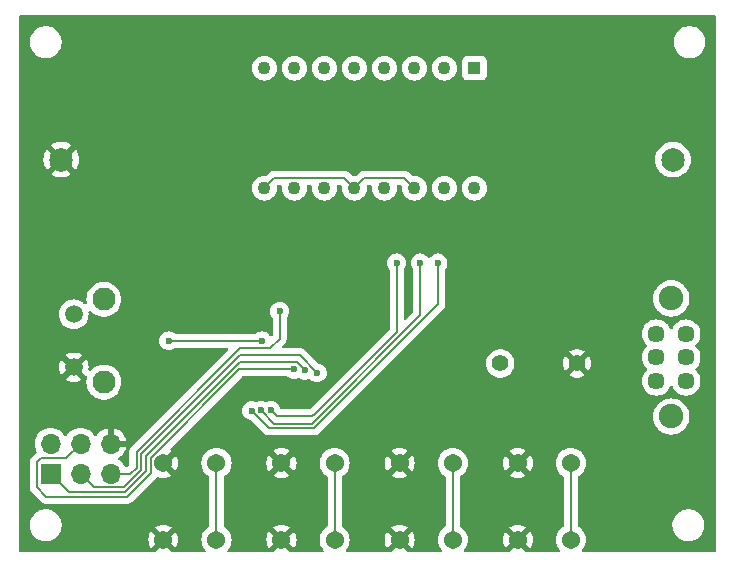
<source format=gbl>
G04 #@! TF.GenerationSoftware,KiCad,Pcbnew,8.0.0*
G04 #@! TF.CreationDate,2024-09-20T11:38:47+02:00*
G04 #@! TF.ProjectId,counter-timer,636f756e-7465-4722-9d74-696d65722e6b,rev?*
G04 #@! TF.SameCoordinates,Original*
G04 #@! TF.FileFunction,Copper,L2,Bot*
G04 #@! TF.FilePolarity,Positive*
%FSLAX46Y46*%
G04 Gerber Fmt 4.6, Leading zero omitted, Abs format (unit mm)*
G04 Created by KiCad (PCBNEW 8.0.0) date 2024-09-20 11:38:47*
%MOMM*%
%LPD*%
G01*
G04 APERTURE LIST*
G04 #@! TA.AperFunction,ComponentPad*
%ADD10C,1.447000*%
G04 #@! TD*
G04 #@! TA.AperFunction,ComponentPad*
%ADD11C,2.070000*%
G04 #@! TD*
G04 #@! TA.AperFunction,ComponentPad*
%ADD12C,1.500000*%
G04 #@! TD*
G04 #@! TA.AperFunction,ComponentPad*
%ADD13C,1.950000*%
G04 #@! TD*
G04 #@! TA.AperFunction,ComponentPad*
%ADD14C,1.540000*%
G04 #@! TD*
G04 #@! TA.AperFunction,ComponentPad*
%ADD15C,1.400000*%
G04 #@! TD*
G04 #@! TA.AperFunction,ComponentPad*
%ADD16R,1.100000X1.100000*%
G04 #@! TD*
G04 #@! TA.AperFunction,ComponentPad*
%ADD17C,1.100000*%
G04 #@! TD*
G04 #@! TA.AperFunction,ComponentPad*
%ADD18R,1.700000X1.700000*%
G04 #@! TD*
G04 #@! TA.AperFunction,ComponentPad*
%ADD19O,1.700000X1.700000*%
G04 #@! TD*
G04 #@! TA.AperFunction,ComponentPad*
%ADD20C,1.995000*%
G04 #@! TD*
G04 #@! TA.AperFunction,ViaPad*
%ADD21C,0.600000*%
G04 #@! TD*
G04 #@! TA.AperFunction,Conductor*
%ADD22C,0.200000*%
G04 #@! TD*
G04 APERTURE END LIST*
D10*
X98000000Y-55000000D03*
X98000000Y-53000000D03*
X98000000Y-51000000D03*
X100500000Y-55000000D03*
X100500000Y-53000000D03*
X100500000Y-51000000D03*
D11*
X99250000Y-58000000D03*
X99250000Y-48000000D03*
D12*
X48662500Y-49337500D03*
X48662500Y-53837500D03*
D13*
X51212500Y-48087500D03*
X51212500Y-55087500D03*
D14*
X90750000Y-61940000D03*
X90750000Y-68440000D03*
X86250000Y-61940000D03*
X86250000Y-68440000D03*
X80750000Y-61940000D03*
X80750000Y-68440000D03*
X76250000Y-61940000D03*
X76250000Y-68440000D03*
X70750000Y-61940000D03*
X70750000Y-68440000D03*
X66250000Y-61940000D03*
X66250000Y-68440000D03*
X60750000Y-61940000D03*
X60750000Y-68440000D03*
X56250000Y-61940000D03*
X56250000Y-68440000D03*
D15*
X84775000Y-53500000D03*
X91275000Y-53500000D03*
D16*
X82580000Y-28500000D03*
D17*
X80040000Y-28500000D03*
X77500000Y-28500000D03*
X74960000Y-28500000D03*
X72420000Y-28500000D03*
X69880000Y-28500000D03*
X67340000Y-28500000D03*
X64800000Y-28500000D03*
X64800000Y-38660000D03*
X67340000Y-38660000D03*
X69880000Y-38660000D03*
X72420000Y-38660000D03*
X74960000Y-38660000D03*
X77500000Y-38660000D03*
X80040000Y-38660000D03*
X82580000Y-38660000D03*
D18*
X46700000Y-62840000D03*
D19*
X46700000Y-60300000D03*
X49240000Y-62840000D03*
X49240000Y-60300000D03*
X51780000Y-62840000D03*
X51780000Y-60300000D03*
D20*
X99400000Y-36250000D03*
X47600000Y-36250000D03*
D21*
X74400000Y-55800000D03*
X80400000Y-47200000D03*
X68000000Y-51600000D03*
X84300000Y-48400000D03*
X58000000Y-49700000D03*
X80400000Y-52700000D03*
X68215591Y-54084409D03*
X66100000Y-49100000D03*
X79500000Y-45000000D03*
X63725118Y-57512724D03*
X67291326Y-54008674D03*
X69289856Y-54310144D03*
X64600000Y-51600000D03*
X56700000Y-51600000D03*
X64524265Y-57475735D03*
X78000000Y-45000000D03*
X76000000Y-45000000D03*
X65355541Y-57458481D03*
D22*
X54780000Y-61331106D02*
X54780000Y-62654314D01*
X53044313Y-64390000D02*
X48250000Y-64390000D01*
X54780000Y-62654314D02*
X53044313Y-64390000D01*
X67531182Y-53400000D02*
X62711106Y-53400000D01*
X48250000Y-64390000D02*
X46700000Y-62840000D01*
X62711106Y-53400000D02*
X54780000Y-61331106D01*
X68215591Y-54084409D02*
X67531182Y-53400000D01*
X53462942Y-62840000D02*
X51780000Y-62840000D01*
X65300000Y-52200000D02*
X62779736Y-52200000D01*
X62779736Y-52200000D02*
X53980000Y-60999736D01*
X66100000Y-51400000D02*
X65300000Y-52200000D01*
X66100000Y-49100000D02*
X66100000Y-51400000D01*
X53980000Y-60999736D02*
X53980000Y-62322942D01*
X53980000Y-62322942D02*
X53462942Y-62840000D01*
X63725118Y-57525117D02*
X63725118Y-57512724D01*
X79500000Y-48500000D02*
X69000000Y-59000000D01*
X79500000Y-45000000D02*
X79500000Y-48500000D01*
X65200001Y-59000000D02*
X63725118Y-57525117D01*
X69000000Y-59000000D02*
X65200001Y-59000000D01*
X46350000Y-64790000D02*
X45550000Y-63990000D01*
X53209998Y-64790000D02*
X46350000Y-64790000D01*
X55180000Y-62820000D02*
X53350000Y-64650000D01*
X53350000Y-64650000D02*
X53209998Y-64790000D01*
X45550000Y-61850000D02*
X45900000Y-61500000D01*
X53350000Y-64650000D02*
X53250000Y-64750000D01*
X48040000Y-61500000D02*
X49240000Y-60300000D01*
X67282652Y-54000000D02*
X62676791Y-54000000D01*
X45900000Y-61500000D02*
X48040000Y-61500000D01*
X45550000Y-63990000D02*
X45550000Y-61850000D01*
X55180000Y-61496791D02*
X55180000Y-62820000D01*
X67291326Y-54008674D02*
X67282652Y-54000000D01*
X62676791Y-54000000D02*
X55180000Y-61496791D01*
X64800000Y-38660000D02*
X65650000Y-37810000D01*
X73270000Y-37810000D02*
X76650000Y-37810000D01*
X72420000Y-38660000D02*
X73270000Y-37810000D01*
X76650000Y-37810000D02*
X77500000Y-38660000D01*
X71570000Y-37810000D02*
X72420000Y-38660000D01*
X65650000Y-37810000D02*
X71570000Y-37810000D01*
X54380000Y-61165421D02*
X54380000Y-62488628D01*
X69289856Y-54310144D02*
X67779712Y-52800000D01*
X67779712Y-52800000D02*
X62745421Y-52800000D01*
X52878628Y-63990000D02*
X50390000Y-63990000D01*
X54380000Y-62488628D02*
X52878628Y-63990000D01*
X62745421Y-52800000D02*
X54380000Y-61165421D01*
X50390000Y-63990000D02*
X49240000Y-62840000D01*
X64600000Y-51600000D02*
X56700000Y-51600000D01*
X60750000Y-61940000D02*
X60750000Y-68440000D01*
X70750000Y-61940000D02*
X70750000Y-68440000D01*
X80750000Y-68440000D02*
X80750000Y-61940000D01*
X90750000Y-61940000D02*
X90750000Y-68440000D01*
X64524265Y-57475735D02*
X65648531Y-58600000D01*
X65648531Y-58600000D02*
X68834314Y-58600000D01*
X68834314Y-58600000D02*
X78000000Y-49434314D01*
X78000000Y-49434314D02*
X78000000Y-45000000D01*
X65355541Y-57458481D02*
X65897060Y-58000000D01*
X76000000Y-50868628D02*
X76000000Y-45000000D01*
X68868628Y-58000000D02*
X69059314Y-57809314D01*
X69059314Y-57809314D02*
X76000000Y-50868628D01*
X65897060Y-58000000D02*
X68868628Y-58000000D01*
G04 #@! TA.AperFunction,Conductor*
G36*
X102942539Y-24020185D02*
G01*
X102988294Y-24072989D01*
X102999500Y-24124500D01*
X102999500Y-69375500D01*
X102979815Y-69442539D01*
X102927011Y-69488294D01*
X102875500Y-69499500D01*
X91786620Y-69499500D01*
X91719581Y-69479815D01*
X91673826Y-69427011D01*
X91663882Y-69357853D01*
X91692907Y-69294297D01*
X91698939Y-69287819D01*
X91726977Y-69259781D01*
X91854488Y-69077677D01*
X91948440Y-68876196D01*
X92005978Y-68661463D01*
X92025353Y-68440000D01*
X92005978Y-68218537D01*
X91948440Y-68003804D01*
X91854488Y-67802324D01*
X91854486Y-67802321D01*
X91854485Y-67802319D01*
X91726978Y-67620220D01*
X91726975Y-67620217D01*
X91569781Y-67463023D01*
X91403375Y-67346504D01*
X91371228Y-67306286D01*
X99349500Y-67306286D01*
X99374324Y-67463023D01*
X99382754Y-67516243D01*
X99416538Y-67620220D01*
X99448444Y-67718414D01*
X99544951Y-67907820D01*
X99669890Y-68079786D01*
X99820213Y-68230109D01*
X99992179Y-68355048D01*
X99992181Y-68355049D01*
X99992184Y-68355051D01*
X100181588Y-68451557D01*
X100383757Y-68517246D01*
X100593713Y-68550500D01*
X100593714Y-68550500D01*
X100806286Y-68550500D01*
X100806287Y-68550500D01*
X101016243Y-68517246D01*
X101218412Y-68451557D01*
X101407816Y-68355051D01*
X101429789Y-68339086D01*
X101579786Y-68230109D01*
X101579788Y-68230106D01*
X101579792Y-68230104D01*
X101730104Y-68079792D01*
X101730106Y-68079788D01*
X101730109Y-68079786D01*
X101855048Y-67907820D01*
X101855047Y-67907820D01*
X101855051Y-67907816D01*
X101951557Y-67718412D01*
X102017246Y-67516243D01*
X102050500Y-67306287D01*
X102050500Y-67093713D01*
X102017246Y-66883757D01*
X101951557Y-66681588D01*
X101855051Y-66492184D01*
X101855049Y-66492181D01*
X101855048Y-66492179D01*
X101730109Y-66320213D01*
X101579786Y-66169890D01*
X101407820Y-66044951D01*
X101218414Y-65948444D01*
X101218413Y-65948443D01*
X101218412Y-65948443D01*
X101016243Y-65882754D01*
X101016241Y-65882753D01*
X101016240Y-65882753D01*
X100854957Y-65857208D01*
X100806287Y-65849500D01*
X100593713Y-65849500D01*
X100545042Y-65857208D01*
X100383760Y-65882753D01*
X100181585Y-65948444D01*
X99992179Y-66044951D01*
X99820213Y-66169890D01*
X99669890Y-66320213D01*
X99544951Y-66492179D01*
X99448444Y-66681585D01*
X99382753Y-66883760D01*
X99349500Y-67093713D01*
X99349500Y-67306286D01*
X91371228Y-67306286D01*
X91359751Y-67291927D01*
X91350500Y-67244930D01*
X91350500Y-63135069D01*
X91370185Y-63068030D01*
X91403371Y-63033498D01*
X91569781Y-62916977D01*
X91726977Y-62759781D01*
X91854488Y-62577677D01*
X91948440Y-62376196D01*
X92005978Y-62161463D01*
X92025353Y-61940000D01*
X92005978Y-61718537D01*
X91948440Y-61503804D01*
X91854488Y-61302324D01*
X91854486Y-61302321D01*
X91854485Y-61302319D01*
X91726978Y-61120220D01*
X91670790Y-61064032D01*
X91569781Y-60963023D01*
X91393277Y-60839433D01*
X91387676Y-60835511D01*
X91279047Y-60784857D01*
X91186196Y-60741560D01*
X91186193Y-60741559D01*
X91186191Y-60741558D01*
X90971465Y-60684022D01*
X90971457Y-60684021D01*
X90750002Y-60664647D01*
X90749998Y-60664647D01*
X90528542Y-60684021D01*
X90528535Y-60684022D01*
X90313800Y-60741561D01*
X90112323Y-60835512D01*
X90112319Y-60835514D01*
X89930217Y-60963023D01*
X89773023Y-61120217D01*
X89645514Y-61302319D01*
X89645512Y-61302323D01*
X89551561Y-61503800D01*
X89494022Y-61718535D01*
X89494021Y-61718542D01*
X89474647Y-61939997D01*
X89474647Y-61940002D01*
X89494021Y-62161457D01*
X89494022Y-62161465D01*
X89551558Y-62376191D01*
X89551559Y-62376193D01*
X89551560Y-62376196D01*
X89578981Y-62435000D01*
X89645511Y-62577676D01*
X89645512Y-62577677D01*
X89773023Y-62759781D01*
X89930219Y-62916977D01*
X90096626Y-63033497D01*
X90140248Y-63088071D01*
X90149500Y-63135069D01*
X90149500Y-67244930D01*
X90129815Y-67311969D01*
X90096624Y-67346505D01*
X89930214Y-67463026D01*
X89773023Y-67620217D01*
X89645514Y-67802319D01*
X89645512Y-67802323D01*
X89551561Y-68003800D01*
X89494022Y-68218535D01*
X89494021Y-68218542D01*
X89474647Y-68439997D01*
X89474647Y-68440002D01*
X89494021Y-68661457D01*
X89494022Y-68661465D01*
X89551558Y-68876191D01*
X89551559Y-68876193D01*
X89551560Y-68876196D01*
X89578981Y-68935000D01*
X89645511Y-69077676D01*
X89645512Y-69077677D01*
X89773023Y-69259781D01*
X89773027Y-69259785D01*
X89801061Y-69287819D01*
X89834546Y-69349142D01*
X89829562Y-69418834D01*
X89787690Y-69474767D01*
X89722226Y-69499184D01*
X89713380Y-69499500D01*
X87007310Y-69499500D01*
X86940271Y-69479815D01*
X86919629Y-69463181D01*
X86375327Y-68918880D01*
X86441063Y-68901266D01*
X86553937Y-68836098D01*
X86646098Y-68743937D01*
X86711266Y-68631063D01*
X86728880Y-68565327D01*
X87307484Y-69143932D01*
X87354052Y-69077425D01*
X87447966Y-68876026D01*
X87447970Y-68876017D01*
X87505481Y-68661381D01*
X87505483Y-68661371D01*
X87524851Y-68440000D01*
X87524851Y-68439999D01*
X87505483Y-68218628D01*
X87505481Y-68218618D01*
X87447970Y-68003982D01*
X87447966Y-68003973D01*
X87354054Y-67802577D01*
X87307483Y-67736067D01*
X86728879Y-68314671D01*
X86711266Y-68248937D01*
X86646098Y-68136063D01*
X86553937Y-68043902D01*
X86441063Y-67978734D01*
X86375327Y-67961119D01*
X86953932Y-67382514D01*
X86953931Y-67382513D01*
X86887429Y-67335949D01*
X86686026Y-67242033D01*
X86686017Y-67242029D01*
X86471381Y-67184518D01*
X86471371Y-67184516D01*
X86250001Y-67165149D01*
X86249999Y-67165149D01*
X86028628Y-67184516D01*
X86028618Y-67184518D01*
X85813982Y-67242029D01*
X85813973Y-67242032D01*
X85612576Y-67335946D01*
X85612574Y-67335947D01*
X85546068Y-67382515D01*
X85546067Y-67382515D01*
X86124672Y-67961119D01*
X86058937Y-67978734D01*
X85946063Y-68043902D01*
X85853902Y-68136063D01*
X85788734Y-68248937D01*
X85771120Y-68314672D01*
X85192515Y-67736067D01*
X85192515Y-67736068D01*
X85145947Y-67802574D01*
X85145946Y-67802576D01*
X85052032Y-68003973D01*
X85052029Y-68003982D01*
X84994518Y-68218618D01*
X84994516Y-68218628D01*
X84975149Y-68439999D01*
X84975149Y-68440000D01*
X84994516Y-68661371D01*
X84994518Y-68661381D01*
X85052029Y-68876017D01*
X85052033Y-68876026D01*
X85145949Y-69077429D01*
X85192513Y-69143931D01*
X85192514Y-69143932D01*
X85771119Y-68565327D01*
X85788734Y-68631063D01*
X85853902Y-68743937D01*
X85946063Y-68836098D01*
X86058937Y-68901266D01*
X86124672Y-68918880D01*
X85580371Y-69463181D01*
X85519048Y-69496666D01*
X85492690Y-69499500D01*
X81786620Y-69499500D01*
X81719581Y-69479815D01*
X81673826Y-69427011D01*
X81663882Y-69357853D01*
X81692907Y-69294297D01*
X81698939Y-69287819D01*
X81726977Y-69259781D01*
X81854488Y-69077677D01*
X81948440Y-68876196D01*
X82005978Y-68661463D01*
X82025353Y-68440000D01*
X82005978Y-68218537D01*
X81948440Y-68003804D01*
X81854488Y-67802324D01*
X81854486Y-67802321D01*
X81854485Y-67802319D01*
X81726978Y-67620220D01*
X81726975Y-67620217D01*
X81569781Y-67463023D01*
X81403375Y-67346504D01*
X81359751Y-67291927D01*
X81350500Y-67244930D01*
X81350500Y-63135069D01*
X81370185Y-63068030D01*
X81403371Y-63033498D01*
X81569781Y-62916977D01*
X81726977Y-62759781D01*
X81854488Y-62577677D01*
X81948440Y-62376196D01*
X82005978Y-62161463D01*
X82025353Y-61940000D01*
X84975149Y-61940000D01*
X84994516Y-62161371D01*
X84994518Y-62161381D01*
X85052029Y-62376017D01*
X85052033Y-62376026D01*
X85145949Y-62577429D01*
X85192513Y-62643931D01*
X85192514Y-62643932D01*
X85771119Y-62065327D01*
X85788734Y-62131063D01*
X85853902Y-62243937D01*
X85946063Y-62336098D01*
X86058937Y-62401266D01*
X86124672Y-62418880D01*
X85546066Y-62997484D01*
X85546067Y-62997485D01*
X85612570Y-63044050D01*
X85813973Y-63137966D01*
X85813982Y-63137970D01*
X86028618Y-63195481D01*
X86028628Y-63195483D01*
X86249999Y-63214851D01*
X86250001Y-63214851D01*
X86471371Y-63195483D01*
X86471381Y-63195481D01*
X86686017Y-63137970D01*
X86686026Y-63137966D01*
X86887425Y-63044052D01*
X86953932Y-62997484D01*
X86375327Y-62418880D01*
X86441063Y-62401266D01*
X86553937Y-62336098D01*
X86646098Y-62243937D01*
X86711266Y-62131063D01*
X86728880Y-62065327D01*
X87307484Y-62643932D01*
X87354052Y-62577425D01*
X87447966Y-62376026D01*
X87447970Y-62376017D01*
X87505481Y-62161381D01*
X87505483Y-62161371D01*
X87524851Y-61940000D01*
X87524851Y-61939999D01*
X87505483Y-61718628D01*
X87505481Y-61718618D01*
X87447970Y-61503982D01*
X87447966Y-61503973D01*
X87354054Y-61302577D01*
X87307483Y-61236067D01*
X86728879Y-61814671D01*
X86711266Y-61748937D01*
X86646098Y-61636063D01*
X86553937Y-61543902D01*
X86441063Y-61478734D01*
X86375327Y-61461119D01*
X86953932Y-60882514D01*
X86953931Y-60882513D01*
X86887429Y-60835949D01*
X86686026Y-60742033D01*
X86686017Y-60742029D01*
X86471381Y-60684518D01*
X86471371Y-60684516D01*
X86250001Y-60665149D01*
X86249999Y-60665149D01*
X86028628Y-60684516D01*
X86028618Y-60684518D01*
X85813982Y-60742029D01*
X85813973Y-60742032D01*
X85612576Y-60835946D01*
X85612574Y-60835947D01*
X85546068Y-60882515D01*
X85546067Y-60882515D01*
X86124672Y-61461119D01*
X86058937Y-61478734D01*
X85946063Y-61543902D01*
X85853902Y-61636063D01*
X85788734Y-61748937D01*
X85771120Y-61814672D01*
X85192515Y-61236067D01*
X85192515Y-61236068D01*
X85145947Y-61302574D01*
X85145946Y-61302576D01*
X85052032Y-61503973D01*
X85052029Y-61503982D01*
X84994518Y-61718618D01*
X84994516Y-61718628D01*
X84975149Y-61939999D01*
X84975149Y-61940000D01*
X82025353Y-61940000D01*
X82005978Y-61718537D01*
X81948440Y-61503804D01*
X81854488Y-61302324D01*
X81854486Y-61302321D01*
X81854485Y-61302319D01*
X81726978Y-61120220D01*
X81670790Y-61064032D01*
X81569781Y-60963023D01*
X81393277Y-60839433D01*
X81387676Y-60835511D01*
X81279047Y-60784857D01*
X81186196Y-60741560D01*
X81186193Y-60741559D01*
X81186191Y-60741558D01*
X80971465Y-60684022D01*
X80971457Y-60684021D01*
X80750002Y-60664647D01*
X80749998Y-60664647D01*
X80528542Y-60684021D01*
X80528535Y-60684022D01*
X80313800Y-60741561D01*
X80112323Y-60835512D01*
X80112319Y-60835514D01*
X79930217Y-60963023D01*
X79773023Y-61120217D01*
X79645514Y-61302319D01*
X79645512Y-61302323D01*
X79551561Y-61503800D01*
X79494022Y-61718535D01*
X79494021Y-61718542D01*
X79474647Y-61939997D01*
X79474647Y-61940002D01*
X79494021Y-62161457D01*
X79494022Y-62161465D01*
X79551558Y-62376191D01*
X79551559Y-62376193D01*
X79551560Y-62376196D01*
X79578981Y-62435000D01*
X79645511Y-62577676D01*
X79645512Y-62577677D01*
X79773023Y-62759781D01*
X79930219Y-62916977D01*
X80096626Y-63033497D01*
X80140248Y-63088071D01*
X80149500Y-63135069D01*
X80149500Y-67244930D01*
X80129815Y-67311969D01*
X80096624Y-67346505D01*
X79930214Y-67463026D01*
X79773023Y-67620217D01*
X79645514Y-67802319D01*
X79645512Y-67802323D01*
X79551561Y-68003800D01*
X79494022Y-68218535D01*
X79494021Y-68218542D01*
X79474647Y-68439997D01*
X79474647Y-68440002D01*
X79494021Y-68661457D01*
X79494022Y-68661465D01*
X79551558Y-68876191D01*
X79551559Y-68876193D01*
X79551560Y-68876196D01*
X79578981Y-68935000D01*
X79645511Y-69077676D01*
X79645512Y-69077677D01*
X79773023Y-69259781D01*
X79773027Y-69259785D01*
X79801061Y-69287819D01*
X79834546Y-69349142D01*
X79829562Y-69418834D01*
X79787690Y-69474767D01*
X79722226Y-69499184D01*
X79713380Y-69499500D01*
X77007310Y-69499500D01*
X76940271Y-69479815D01*
X76919629Y-69463181D01*
X76375327Y-68918880D01*
X76441063Y-68901266D01*
X76553937Y-68836098D01*
X76646098Y-68743937D01*
X76711266Y-68631063D01*
X76728880Y-68565327D01*
X77307484Y-69143932D01*
X77354052Y-69077425D01*
X77447966Y-68876026D01*
X77447970Y-68876017D01*
X77505481Y-68661381D01*
X77505483Y-68661371D01*
X77524851Y-68440000D01*
X77524851Y-68439999D01*
X77505483Y-68218628D01*
X77505481Y-68218618D01*
X77447970Y-68003982D01*
X77447966Y-68003973D01*
X77354054Y-67802577D01*
X77307483Y-67736067D01*
X76728879Y-68314671D01*
X76711266Y-68248937D01*
X76646098Y-68136063D01*
X76553937Y-68043902D01*
X76441063Y-67978734D01*
X76375327Y-67961119D01*
X76953932Y-67382514D01*
X76953931Y-67382513D01*
X76887429Y-67335949D01*
X76686026Y-67242033D01*
X76686017Y-67242029D01*
X76471381Y-67184518D01*
X76471371Y-67184516D01*
X76250001Y-67165149D01*
X76249999Y-67165149D01*
X76028628Y-67184516D01*
X76028618Y-67184518D01*
X75813982Y-67242029D01*
X75813973Y-67242032D01*
X75612576Y-67335946D01*
X75612574Y-67335947D01*
X75546068Y-67382515D01*
X75546067Y-67382515D01*
X76124672Y-67961119D01*
X76058937Y-67978734D01*
X75946063Y-68043902D01*
X75853902Y-68136063D01*
X75788734Y-68248937D01*
X75771120Y-68314672D01*
X75192515Y-67736067D01*
X75192515Y-67736068D01*
X75145947Y-67802574D01*
X75145946Y-67802576D01*
X75052032Y-68003973D01*
X75052029Y-68003982D01*
X74994518Y-68218618D01*
X74994516Y-68218628D01*
X74975149Y-68439999D01*
X74975149Y-68440000D01*
X74994516Y-68661371D01*
X74994518Y-68661381D01*
X75052029Y-68876017D01*
X75052033Y-68876026D01*
X75145949Y-69077429D01*
X75192513Y-69143931D01*
X75192514Y-69143932D01*
X75771119Y-68565327D01*
X75788734Y-68631063D01*
X75853902Y-68743937D01*
X75946063Y-68836098D01*
X76058937Y-68901266D01*
X76124672Y-68918880D01*
X75580371Y-69463181D01*
X75519048Y-69496666D01*
X75492690Y-69499500D01*
X71786620Y-69499500D01*
X71719581Y-69479815D01*
X71673826Y-69427011D01*
X71663882Y-69357853D01*
X71692907Y-69294297D01*
X71698939Y-69287819D01*
X71726977Y-69259781D01*
X71854488Y-69077677D01*
X71948440Y-68876196D01*
X72005978Y-68661463D01*
X72025353Y-68440000D01*
X72005978Y-68218537D01*
X71948440Y-68003804D01*
X71854488Y-67802324D01*
X71854486Y-67802321D01*
X71854485Y-67802319D01*
X71726978Y-67620220D01*
X71726975Y-67620217D01*
X71569781Y-67463023D01*
X71403375Y-67346504D01*
X71359751Y-67291927D01*
X71350500Y-67244930D01*
X71350500Y-63135069D01*
X71370185Y-63068030D01*
X71403371Y-63033498D01*
X71569781Y-62916977D01*
X71726977Y-62759781D01*
X71854488Y-62577677D01*
X71948440Y-62376196D01*
X72005978Y-62161463D01*
X72025353Y-61940000D01*
X74975149Y-61940000D01*
X74994516Y-62161371D01*
X74994518Y-62161381D01*
X75052029Y-62376017D01*
X75052033Y-62376026D01*
X75145949Y-62577429D01*
X75192513Y-62643931D01*
X75192514Y-62643932D01*
X75771119Y-62065327D01*
X75788734Y-62131063D01*
X75853902Y-62243937D01*
X75946063Y-62336098D01*
X76058937Y-62401266D01*
X76124672Y-62418880D01*
X75546066Y-62997484D01*
X75546067Y-62997485D01*
X75612570Y-63044050D01*
X75813973Y-63137966D01*
X75813982Y-63137970D01*
X76028618Y-63195481D01*
X76028628Y-63195483D01*
X76249999Y-63214851D01*
X76250001Y-63214851D01*
X76471371Y-63195483D01*
X76471381Y-63195481D01*
X76686017Y-63137970D01*
X76686026Y-63137966D01*
X76887425Y-63044052D01*
X76953932Y-62997484D01*
X76375327Y-62418880D01*
X76441063Y-62401266D01*
X76553937Y-62336098D01*
X76646098Y-62243937D01*
X76711266Y-62131063D01*
X76728879Y-62065327D01*
X77307484Y-62643932D01*
X77354052Y-62577425D01*
X77447966Y-62376026D01*
X77447970Y-62376017D01*
X77505481Y-62161381D01*
X77505483Y-62161371D01*
X77524851Y-61940000D01*
X77524851Y-61939999D01*
X77505483Y-61718628D01*
X77505481Y-61718618D01*
X77447970Y-61503982D01*
X77447966Y-61503973D01*
X77354054Y-61302577D01*
X77307483Y-61236067D01*
X76728879Y-61814671D01*
X76711266Y-61748937D01*
X76646098Y-61636063D01*
X76553937Y-61543902D01*
X76441063Y-61478734D01*
X76375327Y-61461119D01*
X76953932Y-60882514D01*
X76953931Y-60882513D01*
X76887429Y-60835949D01*
X76686026Y-60742033D01*
X76686017Y-60742029D01*
X76471381Y-60684518D01*
X76471371Y-60684516D01*
X76250001Y-60665149D01*
X76249999Y-60665149D01*
X76028628Y-60684516D01*
X76028618Y-60684518D01*
X75813982Y-60742029D01*
X75813973Y-60742032D01*
X75612576Y-60835946D01*
X75612574Y-60835947D01*
X75546068Y-60882515D01*
X75546067Y-60882515D01*
X76124672Y-61461119D01*
X76058937Y-61478734D01*
X75946063Y-61543902D01*
X75853902Y-61636063D01*
X75788734Y-61748937D01*
X75771120Y-61814672D01*
X75192515Y-61236067D01*
X75192515Y-61236068D01*
X75145947Y-61302574D01*
X75145946Y-61302576D01*
X75052032Y-61503973D01*
X75052029Y-61503982D01*
X74994518Y-61718618D01*
X74994516Y-61718628D01*
X74975149Y-61939999D01*
X74975149Y-61940000D01*
X72025353Y-61940000D01*
X72005978Y-61718537D01*
X71948440Y-61503804D01*
X71854488Y-61302324D01*
X71854486Y-61302321D01*
X71854485Y-61302319D01*
X71726978Y-61120220D01*
X71670790Y-61064032D01*
X71569781Y-60963023D01*
X71393277Y-60839433D01*
X71387676Y-60835511D01*
X71279047Y-60784857D01*
X71186196Y-60741560D01*
X71186193Y-60741559D01*
X71186191Y-60741558D01*
X70971465Y-60684022D01*
X70971457Y-60684021D01*
X70750002Y-60664647D01*
X70749998Y-60664647D01*
X70528542Y-60684021D01*
X70528535Y-60684022D01*
X70313800Y-60741561D01*
X70112323Y-60835512D01*
X70112319Y-60835514D01*
X69930217Y-60963023D01*
X69773023Y-61120217D01*
X69645514Y-61302319D01*
X69645512Y-61302323D01*
X69551561Y-61503800D01*
X69494022Y-61718535D01*
X69494021Y-61718542D01*
X69474647Y-61939997D01*
X69474647Y-61940002D01*
X69494021Y-62161457D01*
X69494022Y-62161465D01*
X69551558Y-62376191D01*
X69551559Y-62376193D01*
X69551560Y-62376196D01*
X69578981Y-62435000D01*
X69645511Y-62577676D01*
X69645512Y-62577677D01*
X69773023Y-62759781D01*
X69930219Y-62916977D01*
X70096626Y-63033497D01*
X70140248Y-63088071D01*
X70149500Y-63135069D01*
X70149500Y-67244930D01*
X70129815Y-67311969D01*
X70096624Y-67346505D01*
X69930214Y-67463026D01*
X69773023Y-67620217D01*
X69645514Y-67802319D01*
X69645512Y-67802323D01*
X69551561Y-68003800D01*
X69494022Y-68218535D01*
X69494021Y-68218542D01*
X69474647Y-68439997D01*
X69474647Y-68440002D01*
X69494021Y-68661457D01*
X69494022Y-68661465D01*
X69551558Y-68876191D01*
X69551559Y-68876193D01*
X69551560Y-68876196D01*
X69578981Y-68935000D01*
X69645511Y-69077676D01*
X69645512Y-69077677D01*
X69773023Y-69259781D01*
X69773027Y-69259785D01*
X69801061Y-69287819D01*
X69834546Y-69349142D01*
X69829562Y-69418834D01*
X69787690Y-69474767D01*
X69722226Y-69499184D01*
X69713380Y-69499500D01*
X67007310Y-69499500D01*
X66940271Y-69479815D01*
X66919629Y-69463181D01*
X66375327Y-68918880D01*
X66441063Y-68901266D01*
X66553937Y-68836098D01*
X66646098Y-68743937D01*
X66711266Y-68631063D01*
X66728879Y-68565327D01*
X67307484Y-69143932D01*
X67354052Y-69077425D01*
X67447966Y-68876026D01*
X67447970Y-68876017D01*
X67505481Y-68661381D01*
X67505483Y-68661371D01*
X67524851Y-68440000D01*
X67524851Y-68439999D01*
X67505483Y-68218628D01*
X67505481Y-68218618D01*
X67447970Y-68003982D01*
X67447966Y-68003973D01*
X67354054Y-67802577D01*
X67307483Y-67736067D01*
X66728879Y-68314671D01*
X66711266Y-68248937D01*
X66646098Y-68136063D01*
X66553937Y-68043902D01*
X66441063Y-67978734D01*
X66375327Y-67961119D01*
X66953932Y-67382514D01*
X66953931Y-67382513D01*
X66887429Y-67335949D01*
X66686026Y-67242033D01*
X66686017Y-67242029D01*
X66471381Y-67184518D01*
X66471371Y-67184516D01*
X66250001Y-67165149D01*
X66249999Y-67165149D01*
X66028628Y-67184516D01*
X66028618Y-67184518D01*
X65813982Y-67242029D01*
X65813973Y-67242032D01*
X65612576Y-67335946D01*
X65612574Y-67335947D01*
X65546068Y-67382515D01*
X65546067Y-67382515D01*
X66124672Y-67961119D01*
X66058937Y-67978734D01*
X65946063Y-68043902D01*
X65853902Y-68136063D01*
X65788734Y-68248937D01*
X65771120Y-68314672D01*
X65192515Y-67736067D01*
X65192515Y-67736068D01*
X65145947Y-67802574D01*
X65145946Y-67802576D01*
X65052032Y-68003973D01*
X65052029Y-68003982D01*
X64994518Y-68218618D01*
X64994516Y-68218628D01*
X64975149Y-68439999D01*
X64975149Y-68440000D01*
X64994516Y-68661371D01*
X64994518Y-68661381D01*
X65052029Y-68876017D01*
X65052033Y-68876026D01*
X65145949Y-69077429D01*
X65192513Y-69143931D01*
X65192514Y-69143932D01*
X65771119Y-68565327D01*
X65788734Y-68631063D01*
X65853902Y-68743937D01*
X65946063Y-68836098D01*
X66058937Y-68901266D01*
X66124672Y-68918880D01*
X65580371Y-69463181D01*
X65519048Y-69496666D01*
X65492690Y-69499500D01*
X61786620Y-69499500D01*
X61719581Y-69479815D01*
X61673826Y-69427011D01*
X61663882Y-69357853D01*
X61692907Y-69294297D01*
X61698939Y-69287819D01*
X61726977Y-69259781D01*
X61854488Y-69077677D01*
X61948440Y-68876196D01*
X62005978Y-68661463D01*
X62025353Y-68440000D01*
X62005978Y-68218537D01*
X61948440Y-68003804D01*
X61854488Y-67802324D01*
X61854486Y-67802321D01*
X61854485Y-67802319D01*
X61726978Y-67620220D01*
X61726975Y-67620217D01*
X61569781Y-67463023D01*
X61403375Y-67346504D01*
X61359751Y-67291927D01*
X61350500Y-67244930D01*
X61350500Y-63135069D01*
X61370185Y-63068030D01*
X61403371Y-63033498D01*
X61569781Y-62916977D01*
X61726977Y-62759781D01*
X61854488Y-62577677D01*
X61948440Y-62376196D01*
X62005978Y-62161463D01*
X62025353Y-61940000D01*
X64975149Y-61940000D01*
X64994516Y-62161371D01*
X64994518Y-62161381D01*
X65052029Y-62376017D01*
X65052033Y-62376026D01*
X65145949Y-62577429D01*
X65192513Y-62643931D01*
X65192514Y-62643932D01*
X65771119Y-62065327D01*
X65788734Y-62131063D01*
X65853902Y-62243937D01*
X65946063Y-62336098D01*
X66058937Y-62401266D01*
X66124672Y-62418880D01*
X65546066Y-62997484D01*
X65546067Y-62997485D01*
X65612570Y-63044050D01*
X65813973Y-63137966D01*
X65813982Y-63137970D01*
X66028618Y-63195481D01*
X66028628Y-63195483D01*
X66249999Y-63214851D01*
X66250001Y-63214851D01*
X66471371Y-63195483D01*
X66471381Y-63195481D01*
X66686017Y-63137970D01*
X66686026Y-63137966D01*
X66887425Y-63044052D01*
X66953932Y-62997484D01*
X66375327Y-62418880D01*
X66441063Y-62401266D01*
X66553937Y-62336098D01*
X66646098Y-62243937D01*
X66711266Y-62131063D01*
X66728879Y-62065327D01*
X67307484Y-62643932D01*
X67354052Y-62577425D01*
X67447966Y-62376026D01*
X67447970Y-62376017D01*
X67505481Y-62161381D01*
X67505483Y-62161371D01*
X67524851Y-61940000D01*
X67524851Y-61939999D01*
X67505483Y-61718628D01*
X67505481Y-61718618D01*
X67447970Y-61503982D01*
X67447966Y-61503973D01*
X67354054Y-61302577D01*
X67307483Y-61236067D01*
X66728879Y-61814671D01*
X66711266Y-61748937D01*
X66646098Y-61636063D01*
X66553937Y-61543902D01*
X66441063Y-61478734D01*
X66375327Y-61461119D01*
X66953932Y-60882514D01*
X66953931Y-60882513D01*
X66887429Y-60835949D01*
X66686026Y-60742033D01*
X66686017Y-60742029D01*
X66471381Y-60684518D01*
X66471371Y-60684516D01*
X66250001Y-60665149D01*
X66249999Y-60665149D01*
X66028628Y-60684516D01*
X66028618Y-60684518D01*
X65813982Y-60742029D01*
X65813973Y-60742032D01*
X65612576Y-60835946D01*
X65612574Y-60835947D01*
X65546068Y-60882515D01*
X65546067Y-60882515D01*
X66124672Y-61461119D01*
X66058937Y-61478734D01*
X65946063Y-61543902D01*
X65853902Y-61636063D01*
X65788734Y-61748937D01*
X65771120Y-61814672D01*
X65192515Y-61236067D01*
X65192515Y-61236068D01*
X65145947Y-61302574D01*
X65145946Y-61302576D01*
X65052032Y-61503973D01*
X65052029Y-61503982D01*
X64994518Y-61718618D01*
X64994516Y-61718628D01*
X64975149Y-61939999D01*
X64975149Y-61940000D01*
X62025353Y-61940000D01*
X62005978Y-61718537D01*
X61948440Y-61503804D01*
X61854488Y-61302324D01*
X61854486Y-61302321D01*
X61854485Y-61302319D01*
X61726978Y-61120220D01*
X61670790Y-61064032D01*
X61569781Y-60963023D01*
X61393277Y-60839433D01*
X61387676Y-60835511D01*
X61279047Y-60784857D01*
X61186196Y-60741560D01*
X61186193Y-60741559D01*
X61186191Y-60741558D01*
X60971465Y-60684022D01*
X60971457Y-60684021D01*
X60750002Y-60664647D01*
X60749998Y-60664647D01*
X60528542Y-60684021D01*
X60528535Y-60684022D01*
X60313800Y-60741561D01*
X60112323Y-60835512D01*
X60112319Y-60835514D01*
X59930217Y-60963023D01*
X59773023Y-61120217D01*
X59645514Y-61302319D01*
X59645512Y-61302323D01*
X59551561Y-61503800D01*
X59494022Y-61718535D01*
X59494021Y-61718542D01*
X59474647Y-61939997D01*
X59474647Y-61940002D01*
X59494021Y-62161457D01*
X59494022Y-62161465D01*
X59551558Y-62376191D01*
X59551559Y-62376193D01*
X59551560Y-62376196D01*
X59578981Y-62435000D01*
X59645511Y-62577676D01*
X59645512Y-62577677D01*
X59773023Y-62759781D01*
X59930219Y-62916977D01*
X60096626Y-63033497D01*
X60140248Y-63088071D01*
X60149500Y-63135069D01*
X60149500Y-67244930D01*
X60129815Y-67311969D01*
X60096624Y-67346505D01*
X59930214Y-67463026D01*
X59773023Y-67620217D01*
X59645514Y-67802319D01*
X59645512Y-67802323D01*
X59551561Y-68003800D01*
X59494022Y-68218535D01*
X59494021Y-68218542D01*
X59474647Y-68439997D01*
X59474647Y-68440002D01*
X59494021Y-68661457D01*
X59494022Y-68661465D01*
X59551558Y-68876191D01*
X59551559Y-68876193D01*
X59551560Y-68876196D01*
X59578981Y-68935000D01*
X59645511Y-69077676D01*
X59645512Y-69077677D01*
X59773023Y-69259781D01*
X59773027Y-69259785D01*
X59801061Y-69287819D01*
X59834546Y-69349142D01*
X59829562Y-69418834D01*
X59787690Y-69474767D01*
X59722226Y-69499184D01*
X59713380Y-69499500D01*
X57007310Y-69499500D01*
X56940271Y-69479815D01*
X56919629Y-69463181D01*
X56375327Y-68918880D01*
X56441063Y-68901266D01*
X56553937Y-68836098D01*
X56646098Y-68743937D01*
X56711266Y-68631063D01*
X56728880Y-68565327D01*
X57307484Y-69143932D01*
X57354052Y-69077425D01*
X57447966Y-68876026D01*
X57447970Y-68876017D01*
X57505481Y-68661381D01*
X57505483Y-68661371D01*
X57524851Y-68440000D01*
X57524851Y-68439999D01*
X57505483Y-68218628D01*
X57505481Y-68218618D01*
X57447970Y-68003982D01*
X57447966Y-68003973D01*
X57354054Y-67802577D01*
X57307483Y-67736067D01*
X56728879Y-68314671D01*
X56711266Y-68248937D01*
X56646098Y-68136063D01*
X56553937Y-68043902D01*
X56441063Y-67978734D01*
X56375327Y-67961119D01*
X56953932Y-67382514D01*
X56953931Y-67382513D01*
X56887429Y-67335949D01*
X56686026Y-67242033D01*
X56686017Y-67242029D01*
X56471381Y-67184518D01*
X56471371Y-67184516D01*
X56250001Y-67165149D01*
X56249999Y-67165149D01*
X56028628Y-67184516D01*
X56028618Y-67184518D01*
X55813982Y-67242029D01*
X55813973Y-67242032D01*
X55612576Y-67335946D01*
X55612574Y-67335947D01*
X55546068Y-67382515D01*
X55546067Y-67382515D01*
X56124672Y-67961119D01*
X56058937Y-67978734D01*
X55946063Y-68043902D01*
X55853902Y-68136063D01*
X55788734Y-68248937D01*
X55771120Y-68314672D01*
X55192515Y-67736067D01*
X55192515Y-67736068D01*
X55145947Y-67802574D01*
X55145946Y-67802576D01*
X55052032Y-68003973D01*
X55052029Y-68003982D01*
X54994518Y-68218618D01*
X54994516Y-68218628D01*
X54975149Y-68439999D01*
X54975149Y-68440000D01*
X54994516Y-68661371D01*
X54994518Y-68661381D01*
X55052029Y-68876017D01*
X55052033Y-68876026D01*
X55145949Y-69077429D01*
X55192513Y-69143931D01*
X55192514Y-69143932D01*
X55771119Y-68565327D01*
X55788734Y-68631063D01*
X55853902Y-68743937D01*
X55946063Y-68836098D01*
X56058937Y-68901266D01*
X56124672Y-68918880D01*
X55580371Y-69463181D01*
X55519048Y-69496666D01*
X55492690Y-69499500D01*
X44124500Y-69499500D01*
X44057461Y-69479815D01*
X44011706Y-69427011D01*
X44000500Y-69375500D01*
X44000500Y-67306286D01*
X44949500Y-67306286D01*
X44974324Y-67463023D01*
X44982754Y-67516243D01*
X45016538Y-67620220D01*
X45048444Y-67718414D01*
X45144951Y-67907820D01*
X45269890Y-68079786D01*
X45420213Y-68230109D01*
X45592179Y-68355048D01*
X45592181Y-68355049D01*
X45592184Y-68355051D01*
X45781588Y-68451557D01*
X45983757Y-68517246D01*
X46193713Y-68550500D01*
X46193714Y-68550500D01*
X46406286Y-68550500D01*
X46406287Y-68550500D01*
X46616243Y-68517246D01*
X46818412Y-68451557D01*
X47007816Y-68355051D01*
X47029789Y-68339086D01*
X47179786Y-68230109D01*
X47179788Y-68230106D01*
X47179792Y-68230104D01*
X47330104Y-68079792D01*
X47330106Y-68079788D01*
X47330109Y-68079786D01*
X47455048Y-67907820D01*
X47455047Y-67907820D01*
X47455051Y-67907816D01*
X47551557Y-67718412D01*
X47617246Y-67516243D01*
X47650500Y-67306287D01*
X47650500Y-67093713D01*
X47617246Y-66883757D01*
X47551557Y-66681588D01*
X47455051Y-66492184D01*
X47455049Y-66492181D01*
X47455048Y-66492179D01*
X47330109Y-66320213D01*
X47179786Y-66169890D01*
X47007820Y-66044951D01*
X46818414Y-65948444D01*
X46818413Y-65948443D01*
X46818412Y-65948443D01*
X46616243Y-65882754D01*
X46616241Y-65882753D01*
X46616240Y-65882753D01*
X46454957Y-65857208D01*
X46406287Y-65849500D01*
X46193713Y-65849500D01*
X46145042Y-65857208D01*
X45983760Y-65882753D01*
X45781585Y-65948444D01*
X45592179Y-66044951D01*
X45420213Y-66169890D01*
X45269890Y-66320213D01*
X45144951Y-66492179D01*
X45048444Y-66681585D01*
X44982753Y-66883760D01*
X44949500Y-67093713D01*
X44949500Y-67306286D01*
X44000500Y-67306286D01*
X44000500Y-64069054D01*
X44949498Y-64069054D01*
X44990423Y-64221785D01*
X45019358Y-64271900D01*
X45019359Y-64271904D01*
X45019360Y-64271904D01*
X45069479Y-64358714D01*
X45069481Y-64358717D01*
X45188349Y-64477585D01*
X45188355Y-64477590D01*
X45865139Y-65154374D01*
X45865149Y-65154385D01*
X45869479Y-65158715D01*
X45869480Y-65158716D01*
X45981284Y-65270520D01*
X46068095Y-65320639D01*
X46068097Y-65320641D01*
X46096858Y-65337246D01*
X46118215Y-65349577D01*
X46270943Y-65390501D01*
X46270946Y-65390501D01*
X46436653Y-65390501D01*
X46436669Y-65390500D01*
X53130936Y-65390500D01*
X53289051Y-65390501D01*
X53441779Y-65349578D01*
X53441779Y-65349577D01*
X53441781Y-65349577D01*
X53441782Y-65349577D01*
X53441782Y-65349576D01*
X53452287Y-65346762D01*
X53463133Y-65337249D01*
X53578714Y-65270520D01*
X53608506Y-65240726D01*
X53608509Y-65240725D01*
X53618714Y-65230519D01*
X53618716Y-65230519D01*
X53730519Y-65118716D01*
X53830517Y-65018720D01*
X53830517Y-65018718D01*
X53839414Y-65009822D01*
X53839422Y-65009811D01*
X55538506Y-63310728D01*
X55538511Y-63310724D01*
X55548714Y-63300520D01*
X55548716Y-63300520D01*
X55660520Y-63188716D01*
X55660523Y-63188709D01*
X55665470Y-63182265D01*
X55667006Y-63183444D01*
X55709900Y-63142529D01*
X55778504Y-63129293D01*
X55809159Y-63136215D01*
X55813976Y-63137968D01*
X56028618Y-63195481D01*
X56028628Y-63195483D01*
X56249999Y-63214851D01*
X56250001Y-63214851D01*
X56471371Y-63195483D01*
X56471381Y-63195481D01*
X56686017Y-63137970D01*
X56686026Y-63137966D01*
X56887425Y-63044052D01*
X56953932Y-62997484D01*
X56375327Y-62418879D01*
X56441063Y-62401266D01*
X56553937Y-62336098D01*
X56646098Y-62243937D01*
X56711266Y-62131063D01*
X56728880Y-62065327D01*
X57307484Y-62643932D01*
X57354052Y-62577425D01*
X57447966Y-62376026D01*
X57447970Y-62376017D01*
X57505481Y-62161381D01*
X57505483Y-62161371D01*
X57524851Y-61940000D01*
X57524851Y-61939999D01*
X57505483Y-61718628D01*
X57505481Y-61718618D01*
X57447970Y-61503982D01*
X57447966Y-61503973D01*
X57354054Y-61302577D01*
X57307483Y-61236067D01*
X56728879Y-61814671D01*
X56711266Y-61748937D01*
X56646098Y-61636063D01*
X56553937Y-61543902D01*
X56441063Y-61478734D01*
X56375327Y-61461119D01*
X56953932Y-60882514D01*
X56892405Y-60839433D01*
X56848780Y-60784857D01*
X56841586Y-60715358D01*
X56873108Y-60653003D01*
X56875779Y-60650246D01*
X60013299Y-57512727D01*
X62919553Y-57512727D01*
X62939748Y-57691973D01*
X62939749Y-57691978D01*
X62999329Y-57862247D01*
X63085886Y-58000000D01*
X63095302Y-58014986D01*
X63222856Y-58142540D01*
X63375596Y-58238513D01*
X63545863Y-58298092D01*
X63545868Y-58298093D01*
X63618817Y-58306312D01*
X63683232Y-58333378D01*
X63692616Y-58341851D01*
X64831285Y-59480520D01*
X64831287Y-59480521D01*
X64831291Y-59480524D01*
X64934736Y-59540247D01*
X64968217Y-59559577D01*
X65120944Y-59600501D01*
X65120946Y-59600501D01*
X65286655Y-59600501D01*
X65286671Y-59600500D01*
X68913331Y-59600500D01*
X68913347Y-59600501D01*
X68920943Y-59600501D01*
X69079054Y-59600501D01*
X69079057Y-59600501D01*
X69231785Y-59559577D01*
X69281904Y-59530639D01*
X69368716Y-59480520D01*
X69480520Y-59368716D01*
X69480520Y-59368714D01*
X69490728Y-59358507D01*
X69490730Y-59358504D01*
X70849234Y-58000000D01*
X97709752Y-58000000D01*
X97728714Y-58240945D01*
X97785135Y-58475958D01*
X97877628Y-58699258D01*
X98003909Y-58905330D01*
X98003910Y-58905332D01*
X98003913Y-58905335D01*
X98160880Y-59089120D01*
X98303147Y-59210627D01*
X98344667Y-59246089D01*
X98344669Y-59246090D01*
X98550741Y-59372371D01*
X98637097Y-59408140D01*
X98774037Y-59464863D01*
X99009052Y-59521285D01*
X99250000Y-59540248D01*
X99490948Y-59521285D01*
X99725963Y-59464863D01*
X99949258Y-59372371D01*
X100155335Y-59246087D01*
X100339120Y-59089120D01*
X100496087Y-58905335D01*
X100622371Y-58699258D01*
X100714863Y-58475963D01*
X100771285Y-58240948D01*
X100790248Y-58000000D01*
X100771285Y-57759052D01*
X100714863Y-57524037D01*
X100622371Y-57300742D01*
X100622371Y-57300741D01*
X100496090Y-57094669D01*
X100496089Y-57094667D01*
X100424170Y-57010461D01*
X100339120Y-56910880D01*
X100193999Y-56786935D01*
X100155332Y-56753910D01*
X100155330Y-56753909D01*
X99949258Y-56627628D01*
X99725958Y-56535135D01*
X99490944Y-56478714D01*
X99490945Y-56478714D01*
X99250000Y-56459752D01*
X99009054Y-56478714D01*
X98774041Y-56535135D01*
X98550741Y-56627628D01*
X98344669Y-56753909D01*
X98344667Y-56753910D01*
X98160880Y-56910880D01*
X98003910Y-57094667D01*
X98003909Y-57094669D01*
X97877628Y-57300741D01*
X97785135Y-57524041D01*
X97728714Y-57759054D01*
X97709752Y-58000000D01*
X70849234Y-58000000D01*
X73849232Y-55000002D01*
X96771325Y-55000002D01*
X96789990Y-55213351D01*
X96789992Y-55213362D01*
X96845420Y-55420224D01*
X96845422Y-55420228D01*
X96845423Y-55420232D01*
X96862382Y-55456600D01*
X96935935Y-55614337D01*
X96935936Y-55614338D01*
X97058780Y-55789777D01*
X97210223Y-55941220D01*
X97385662Y-56064064D01*
X97579768Y-56154577D01*
X97786643Y-56210009D01*
X97939040Y-56223341D01*
X97999998Y-56228675D01*
X98000000Y-56228675D01*
X98000002Y-56228675D01*
X98053339Y-56224008D01*
X98213357Y-56210009D01*
X98420232Y-56154577D01*
X98614338Y-56064064D01*
X98789777Y-55941220D01*
X98941220Y-55789777D01*
X99064064Y-55614338D01*
X99137618Y-55456599D01*
X99183790Y-55404161D01*
X99250984Y-55385009D01*
X99317865Y-55405225D01*
X99362381Y-55456599D01*
X99435936Y-55614338D01*
X99558780Y-55789777D01*
X99710223Y-55941220D01*
X99885662Y-56064064D01*
X100079768Y-56154577D01*
X100286643Y-56210009D01*
X100439040Y-56223341D01*
X100499998Y-56228675D01*
X100500000Y-56228675D01*
X100500002Y-56228675D01*
X100553339Y-56224008D01*
X100713357Y-56210009D01*
X100920232Y-56154577D01*
X101114338Y-56064064D01*
X101289777Y-55941220D01*
X101441220Y-55789777D01*
X101564064Y-55614338D01*
X101654577Y-55420232D01*
X101710009Y-55213357D01*
X101728675Y-55000000D01*
X101722040Y-54924166D01*
X101712218Y-54811897D01*
X101710009Y-54786643D01*
X101661811Y-54606764D01*
X101654579Y-54579775D01*
X101654578Y-54579774D01*
X101654577Y-54579768D01*
X101564064Y-54385663D01*
X101564062Y-54385660D01*
X101564061Y-54385658D01*
X101441219Y-54210221D01*
X101318678Y-54087680D01*
X101285193Y-54026357D01*
X101290177Y-53956665D01*
X101318674Y-53912322D01*
X101441220Y-53789777D01*
X101564064Y-53614338D01*
X101654577Y-53420232D01*
X101710009Y-53213357D01*
X101728675Y-53000000D01*
X101710009Y-52786643D01*
X101654577Y-52579768D01*
X101564064Y-52385663D01*
X101564062Y-52385660D01*
X101564061Y-52385658D01*
X101441219Y-52210221D01*
X101318678Y-52087680D01*
X101285193Y-52026357D01*
X101290177Y-51956665D01*
X101318674Y-51912322D01*
X101441220Y-51789777D01*
X101564064Y-51614338D01*
X101654577Y-51420232D01*
X101710009Y-51213357D01*
X101728675Y-51000000D01*
X101728631Y-50999500D01*
X101717670Y-50874211D01*
X101710009Y-50786643D01*
X101654577Y-50579768D01*
X101564064Y-50385663D01*
X101564062Y-50385660D01*
X101564061Y-50385658D01*
X101441221Y-50210224D01*
X101375374Y-50144377D01*
X101289777Y-50058780D01*
X101114338Y-49935936D01*
X101114339Y-49935936D01*
X101114337Y-49935935D01*
X101017285Y-49890679D01*
X100920232Y-49845423D01*
X100920228Y-49845422D01*
X100920224Y-49845420D01*
X100713362Y-49789992D01*
X100713358Y-49789991D01*
X100713357Y-49789991D01*
X100713356Y-49789990D01*
X100713351Y-49789990D01*
X100500002Y-49771325D01*
X100499998Y-49771325D01*
X100286648Y-49789990D01*
X100286637Y-49789992D01*
X100079775Y-49845420D01*
X100079766Y-49845424D01*
X99885662Y-49935936D01*
X99885658Y-49935938D01*
X99710221Y-50058780D01*
X99558780Y-50210221D01*
X99435938Y-50385658D01*
X99435936Y-50385662D01*
X99362382Y-50543399D01*
X99316209Y-50595838D01*
X99249016Y-50614990D01*
X99182135Y-50594774D01*
X99137618Y-50543399D01*
X99116906Y-50498983D01*
X99064064Y-50385663D01*
X99064062Y-50385660D01*
X99064061Y-50385658D01*
X98941221Y-50210224D01*
X98875374Y-50144377D01*
X98789777Y-50058780D01*
X98614338Y-49935936D01*
X98614339Y-49935936D01*
X98614337Y-49935935D01*
X98517285Y-49890679D01*
X98420232Y-49845423D01*
X98420228Y-49845422D01*
X98420224Y-49845420D01*
X98213362Y-49789992D01*
X98213358Y-49789991D01*
X98213357Y-49789991D01*
X98213356Y-49789990D01*
X98213351Y-49789990D01*
X98000002Y-49771325D01*
X97999998Y-49771325D01*
X97786648Y-49789990D01*
X97786637Y-49789992D01*
X97579775Y-49845420D01*
X97579766Y-49845424D01*
X97385662Y-49935936D01*
X97385658Y-49935938D01*
X97210221Y-50058780D01*
X97058780Y-50210221D01*
X96935938Y-50385658D01*
X96935936Y-50385662D01*
X96845424Y-50579766D01*
X96845420Y-50579775D01*
X96789992Y-50786637D01*
X96789990Y-50786648D01*
X96771325Y-50999997D01*
X96771325Y-51000002D01*
X96789990Y-51213351D01*
X96789992Y-51213362D01*
X96845420Y-51420224D01*
X96845422Y-51420228D01*
X96845423Y-51420232D01*
X96845665Y-51420750D01*
X96935935Y-51614337D01*
X96960504Y-51649425D01*
X97058780Y-51789777D01*
X97058784Y-51789781D01*
X97181321Y-51912318D01*
X97214806Y-51973641D01*
X97209822Y-52043333D01*
X97181322Y-52087680D01*
X97058778Y-52210224D01*
X96935938Y-52385658D01*
X96935936Y-52385662D01*
X96845424Y-52579766D01*
X96845420Y-52579775D01*
X96789992Y-52786637D01*
X96789990Y-52786648D01*
X96771325Y-52999997D01*
X96771325Y-53000002D01*
X96789990Y-53213351D01*
X96789992Y-53213362D01*
X96845420Y-53420224D01*
X96845422Y-53420228D01*
X96845423Y-53420232D01*
X96862382Y-53456600D01*
X96935935Y-53614337D01*
X96935936Y-53614338D01*
X97058780Y-53789777D01*
X97058784Y-53789781D01*
X97181321Y-53912318D01*
X97214806Y-53973641D01*
X97209822Y-54043333D01*
X97181322Y-54087680D01*
X97058778Y-54210224D01*
X96935938Y-54385658D01*
X96935936Y-54385662D01*
X96845424Y-54579766D01*
X96845420Y-54579775D01*
X96789992Y-54786637D01*
X96789990Y-54786648D01*
X96771325Y-54999997D01*
X96771325Y-55000002D01*
X73849232Y-55000002D01*
X75349234Y-53500000D01*
X83569357Y-53500000D01*
X83589884Y-53721535D01*
X83589885Y-53721537D01*
X83650769Y-53935523D01*
X83650775Y-53935538D01*
X83749938Y-54134683D01*
X83749943Y-54134691D01*
X83884020Y-54312238D01*
X84048437Y-54462123D01*
X84048439Y-54462125D01*
X84237595Y-54579245D01*
X84237596Y-54579245D01*
X84237599Y-54579247D01*
X84445060Y-54659618D01*
X84663757Y-54700500D01*
X84663759Y-54700500D01*
X84886241Y-54700500D01*
X84886243Y-54700500D01*
X85104940Y-54659618D01*
X85312401Y-54579247D01*
X85501562Y-54462124D01*
X85665981Y-54312236D01*
X85800058Y-54134689D01*
X85899229Y-53935528D01*
X85960115Y-53721536D01*
X85980643Y-53500000D01*
X90069859Y-53500000D01*
X90090378Y-53721439D01*
X90151240Y-53935350D01*
X90250369Y-54134428D01*
X90266137Y-54155308D01*
X90266138Y-54155308D01*
X90832861Y-53588584D01*
X90855667Y-53673694D01*
X90914910Y-53776306D01*
X90998694Y-53860090D01*
X91101306Y-53919333D01*
X91186414Y-53942137D01*
X90621672Y-54506879D01*
X90621672Y-54506880D01*
X90737821Y-54578797D01*
X90737822Y-54578798D01*
X90945195Y-54659134D01*
X91163807Y-54700000D01*
X91386193Y-54700000D01*
X91604809Y-54659133D01*
X91812168Y-54578801D01*
X91812181Y-54578795D01*
X91928326Y-54506879D01*
X91363585Y-53942137D01*
X91448694Y-53919333D01*
X91551306Y-53860090D01*
X91635090Y-53776306D01*
X91694333Y-53673694D01*
X91717138Y-53588585D01*
X92283861Y-54155308D01*
X92299631Y-54134425D01*
X92299636Y-54134418D01*
X92398759Y-53935350D01*
X92459621Y-53721439D01*
X92480141Y-53500000D01*
X92480141Y-53499999D01*
X92459621Y-53278560D01*
X92398759Y-53064649D01*
X92299635Y-52865580D01*
X92299630Y-52865572D01*
X92283860Y-52844690D01*
X91717137Y-53411413D01*
X91694333Y-53326306D01*
X91635090Y-53223694D01*
X91551306Y-53139910D01*
X91448694Y-53080667D01*
X91363585Y-53057862D01*
X91928327Y-52493119D01*
X91812178Y-52421202D01*
X91812177Y-52421201D01*
X91604804Y-52340865D01*
X91386193Y-52300000D01*
X91163807Y-52300000D01*
X90945195Y-52340865D01*
X90737824Y-52421200D01*
X90737823Y-52421201D01*
X90621671Y-52493119D01*
X91186414Y-53057861D01*
X91101306Y-53080667D01*
X90998694Y-53139910D01*
X90914910Y-53223694D01*
X90855667Y-53326306D01*
X90832861Y-53411414D01*
X90266138Y-52844691D01*
X90266137Y-52844691D01*
X90250368Y-52865574D01*
X90151240Y-53064649D01*
X90090378Y-53278560D01*
X90069859Y-53499999D01*
X90069859Y-53500000D01*
X85980643Y-53500000D01*
X85976621Y-53456600D01*
X85960115Y-53278464D01*
X85960114Y-53278462D01*
X85944531Y-53223694D01*
X85899229Y-53064472D01*
X85867126Y-53000000D01*
X85800061Y-52865316D01*
X85800056Y-52865308D01*
X85665979Y-52687761D01*
X85501562Y-52537876D01*
X85501560Y-52537874D01*
X85312404Y-52420754D01*
X85312398Y-52420752D01*
X85104940Y-52340382D01*
X84886243Y-52299500D01*
X84663757Y-52299500D01*
X84445060Y-52340382D01*
X84328179Y-52385662D01*
X84237601Y-52420752D01*
X84237595Y-52420754D01*
X84048439Y-52537874D01*
X84048437Y-52537876D01*
X83884020Y-52687761D01*
X83749943Y-52865308D01*
X83749938Y-52865316D01*
X83650775Y-53064461D01*
X83650769Y-53064476D01*
X83589885Y-53278462D01*
X83589884Y-53278464D01*
X83569357Y-53499999D01*
X83569357Y-53500000D01*
X75349234Y-53500000D01*
X79858506Y-48990728D01*
X79858511Y-48990724D01*
X79868714Y-48980520D01*
X79868716Y-48980520D01*
X79980520Y-48868716D01*
X80059577Y-48731784D01*
X80089669Y-48619480D01*
X80100500Y-48579058D01*
X80100500Y-48420943D01*
X80100500Y-48000000D01*
X97709752Y-48000000D01*
X97728714Y-48240945D01*
X97785135Y-48475958D01*
X97877628Y-48699258D01*
X98003909Y-48905330D01*
X98003910Y-48905332D01*
X98057101Y-48967611D01*
X98160880Y-49089120D01*
X98263518Y-49176781D01*
X98344667Y-49246089D01*
X98344669Y-49246090D01*
X98550741Y-49372371D01*
X98637097Y-49408140D01*
X98774037Y-49464863D01*
X99009052Y-49521285D01*
X99250000Y-49540248D01*
X99490948Y-49521285D01*
X99725963Y-49464863D01*
X99949258Y-49372371D01*
X100155335Y-49246087D01*
X100339120Y-49089120D01*
X100496087Y-48905335D01*
X100622371Y-48699258D01*
X100714863Y-48475963D01*
X100771285Y-48240948D01*
X100790248Y-48000000D01*
X100771285Y-47759052D01*
X100714863Y-47524037D01*
X100622371Y-47300742D01*
X100622371Y-47300741D01*
X100496090Y-47094669D01*
X100496089Y-47094667D01*
X100413709Y-46998213D01*
X100339120Y-46910880D01*
X100217611Y-46807101D01*
X100155332Y-46753910D01*
X100155330Y-46753909D01*
X99949258Y-46627628D01*
X99725958Y-46535135D01*
X99490944Y-46478714D01*
X99490945Y-46478714D01*
X99250000Y-46459752D01*
X99009054Y-46478714D01*
X98774041Y-46535135D01*
X98550741Y-46627628D01*
X98344669Y-46753909D01*
X98344667Y-46753910D01*
X98160880Y-46910880D01*
X98003910Y-47094667D01*
X98003909Y-47094669D01*
X97877628Y-47300741D01*
X97785135Y-47524041D01*
X97728714Y-47759054D01*
X97709752Y-48000000D01*
X80100500Y-48000000D01*
X80100500Y-45582412D01*
X80120185Y-45515373D01*
X80127555Y-45505097D01*
X80129812Y-45502266D01*
X80129816Y-45502262D01*
X80225789Y-45349522D01*
X80285368Y-45179255D01*
X80305565Y-45000000D01*
X80285368Y-44820745D01*
X80225789Y-44650478D01*
X80129816Y-44497738D01*
X80002262Y-44370184D01*
X79849523Y-44274211D01*
X79679254Y-44214631D01*
X79679249Y-44214630D01*
X79500004Y-44194435D01*
X79499996Y-44194435D01*
X79320750Y-44214630D01*
X79320745Y-44214631D01*
X79150476Y-44274211D01*
X78997737Y-44370184D01*
X78870184Y-44497737D01*
X78854994Y-44521913D01*
X78802659Y-44568204D01*
X78733605Y-44578852D01*
X78669757Y-44550477D01*
X78645006Y-44521913D01*
X78629815Y-44497737D01*
X78502262Y-44370184D01*
X78349523Y-44274211D01*
X78179254Y-44214631D01*
X78179249Y-44214630D01*
X78000004Y-44194435D01*
X77999996Y-44194435D01*
X77820750Y-44214630D01*
X77820745Y-44214631D01*
X77650476Y-44274211D01*
X77497737Y-44370184D01*
X77370184Y-44497737D01*
X77274211Y-44650476D01*
X77214631Y-44820745D01*
X77214630Y-44820750D01*
X77194435Y-44999996D01*
X77194435Y-45000003D01*
X77214630Y-45179249D01*
X77214631Y-45179254D01*
X77274211Y-45349523D01*
X77370185Y-45502263D01*
X77372445Y-45505097D01*
X77373334Y-45507275D01*
X77373889Y-45508158D01*
X77373734Y-45508255D01*
X77398855Y-45569783D01*
X77399500Y-45582412D01*
X77399500Y-49134217D01*
X77379815Y-49201256D01*
X77363181Y-49221898D01*
X76812181Y-49772898D01*
X76750858Y-49806383D01*
X76681166Y-49801399D01*
X76625233Y-49759527D01*
X76600816Y-49694063D01*
X76600500Y-49685217D01*
X76600500Y-45582412D01*
X76620185Y-45515373D01*
X76627555Y-45505097D01*
X76629812Y-45502266D01*
X76629816Y-45502262D01*
X76725789Y-45349522D01*
X76785368Y-45179255D01*
X76805565Y-45000000D01*
X76785368Y-44820745D01*
X76725789Y-44650478D01*
X76629816Y-44497738D01*
X76502262Y-44370184D01*
X76349523Y-44274211D01*
X76179254Y-44214631D01*
X76179249Y-44214630D01*
X76000004Y-44194435D01*
X75999996Y-44194435D01*
X75820750Y-44214630D01*
X75820745Y-44214631D01*
X75650476Y-44274211D01*
X75497737Y-44370184D01*
X75370184Y-44497737D01*
X75274211Y-44650476D01*
X75214631Y-44820745D01*
X75214630Y-44820750D01*
X75194435Y-44999996D01*
X75194435Y-45000003D01*
X75214630Y-45179249D01*
X75214631Y-45179254D01*
X75274211Y-45349523D01*
X75370185Y-45502263D01*
X75372445Y-45505097D01*
X75373334Y-45507275D01*
X75373889Y-45508158D01*
X75373734Y-45508255D01*
X75398855Y-45569783D01*
X75399500Y-45582412D01*
X75399500Y-50568530D01*
X75379815Y-50635569D01*
X75363181Y-50656211D01*
X68656211Y-57363181D01*
X68594888Y-57396666D01*
X68568530Y-57399500D01*
X66265274Y-57399500D01*
X66198235Y-57379815D01*
X66152480Y-57327011D01*
X66142054Y-57289383D01*
X66140910Y-57279231D01*
X66140909Y-57279226D01*
X66081329Y-57108957D01*
X66019440Y-57010462D01*
X65985357Y-56956219D01*
X65857803Y-56828665D01*
X65705064Y-56732692D01*
X65534795Y-56673112D01*
X65534790Y-56673111D01*
X65355545Y-56652916D01*
X65355537Y-56652916D01*
X65176291Y-56673111D01*
X65176278Y-56673114D01*
X65006019Y-56732691D01*
X64991124Y-56742050D01*
X64923887Y-56761048D01*
X64880800Y-56750982D01*
X64880359Y-56752245D01*
X64703527Y-56690368D01*
X64703514Y-56690365D01*
X64524269Y-56670170D01*
X64524261Y-56670170D01*
X64345015Y-56690365D01*
X64345002Y-56690368D01*
X64174743Y-56749945D01*
X64151683Y-56764434D01*
X64084446Y-56783432D01*
X64044760Y-56776479D01*
X63904380Y-56727357D01*
X63904367Y-56727354D01*
X63725122Y-56707159D01*
X63725114Y-56707159D01*
X63545868Y-56727354D01*
X63545863Y-56727355D01*
X63375594Y-56786935D01*
X63222855Y-56882908D01*
X63095302Y-57010461D01*
X62999329Y-57163200D01*
X62939749Y-57333469D01*
X62939748Y-57333474D01*
X62919553Y-57512720D01*
X62919553Y-57512727D01*
X60013299Y-57512727D01*
X62889208Y-54636819D01*
X62950531Y-54603334D01*
X62976889Y-54600500D01*
X66699712Y-54600500D01*
X66766751Y-54620185D01*
X66787393Y-54636819D01*
X66789064Y-54638490D01*
X66862943Y-54684911D01*
X66941162Y-54734060D01*
X66941804Y-54734463D01*
X67037816Y-54768059D01*
X67112071Y-54794042D01*
X67112076Y-54794043D01*
X67291322Y-54814239D01*
X67291326Y-54814239D01*
X67291330Y-54814239D01*
X67470575Y-54794043D01*
X67470577Y-54794042D01*
X67470581Y-54794042D01*
X67470584Y-54794040D01*
X67470588Y-54794040D01*
X67647421Y-54732163D01*
X67648085Y-54734060D01*
X67707286Y-54724301D01*
X67758141Y-54742382D01*
X67798612Y-54767812D01*
X67866066Y-54810197D01*
X68036336Y-54869777D01*
X68036341Y-54869778D01*
X68215587Y-54889974D01*
X68215591Y-54889974D01*
X68215595Y-54889974D01*
X68394840Y-54869778D01*
X68394843Y-54869777D01*
X68394846Y-54869777D01*
X68394847Y-54869776D01*
X68394850Y-54869776D01*
X68435224Y-54855647D01*
X68560258Y-54811896D01*
X68630033Y-54808334D01*
X68688891Y-54841257D01*
X68787594Y-54939960D01*
X68877936Y-54996726D01*
X68909573Y-55016605D01*
X68940334Y-55035933D01*
X69087687Y-55087494D01*
X69110601Y-55095512D01*
X69110606Y-55095513D01*
X69289852Y-55115709D01*
X69289856Y-55115709D01*
X69289860Y-55115709D01*
X69469105Y-55095513D01*
X69469108Y-55095512D01*
X69469111Y-55095512D01*
X69639378Y-55035933D01*
X69792118Y-54939960D01*
X69919672Y-54812406D01*
X70015645Y-54659666D01*
X70075224Y-54489399D01*
X70078297Y-54462124D01*
X70095421Y-54310147D01*
X70095421Y-54310140D01*
X70075225Y-54130894D01*
X70075224Y-54130889D01*
X70061893Y-54092792D01*
X70015645Y-53960622D01*
X69999877Y-53935528D01*
X69938282Y-53837500D01*
X69919672Y-53807882D01*
X69792118Y-53680328D01*
X69683375Y-53612000D01*
X69639377Y-53584354D01*
X69469105Y-53524774D01*
X69382186Y-53514981D01*
X69317772Y-53487914D01*
X69308389Y-53479442D01*
X68267302Y-52438355D01*
X68267300Y-52438352D01*
X68148429Y-52319481D01*
X68148428Y-52319480D01*
X68061616Y-52269360D01*
X68061616Y-52269359D01*
X68061612Y-52269358D01*
X68011497Y-52240423D01*
X67858769Y-52199499D01*
X67700655Y-52199499D01*
X67693059Y-52199499D01*
X67693043Y-52199500D01*
X66449096Y-52199500D01*
X66382057Y-52179815D01*
X66336302Y-52127011D01*
X66326358Y-52057853D01*
X66355383Y-51994297D01*
X66361395Y-51987838D01*
X66458509Y-51890724D01*
X66458514Y-51890721D01*
X66468714Y-51880520D01*
X66468716Y-51880520D01*
X66580520Y-51768716D01*
X66632284Y-51679057D01*
X66659577Y-51631785D01*
X66700501Y-51479057D01*
X66700501Y-51320943D01*
X66700501Y-51313348D01*
X66700500Y-51313330D01*
X66700500Y-49682412D01*
X66720185Y-49615373D01*
X66727555Y-49605097D01*
X66729810Y-49602267D01*
X66729816Y-49602262D01*
X66825789Y-49449522D01*
X66885368Y-49279255D01*
X66891831Y-49221898D01*
X66905565Y-49100003D01*
X66905565Y-49099996D01*
X66885369Y-48920750D01*
X66885368Y-48920745D01*
X66867160Y-48868709D01*
X66825789Y-48750478D01*
X66814043Y-48731785D01*
X66729815Y-48597737D01*
X66602262Y-48470184D01*
X66449523Y-48374211D01*
X66279254Y-48314631D01*
X66279249Y-48314630D01*
X66100004Y-48294435D01*
X66099996Y-48294435D01*
X65920750Y-48314630D01*
X65920745Y-48314631D01*
X65750476Y-48374211D01*
X65597737Y-48470184D01*
X65470184Y-48597737D01*
X65374211Y-48750476D01*
X65314631Y-48920745D01*
X65314630Y-48920750D01*
X65294435Y-49099996D01*
X65294435Y-49100003D01*
X65314630Y-49279249D01*
X65314631Y-49279254D01*
X65374211Y-49449523D01*
X65470185Y-49602263D01*
X65472445Y-49605097D01*
X65473334Y-49607275D01*
X65473889Y-49608158D01*
X65473734Y-49608255D01*
X65498855Y-49669783D01*
X65499500Y-49682412D01*
X65499500Y-51096524D01*
X65479815Y-51163563D01*
X65427011Y-51209318D01*
X65357853Y-51219262D01*
X65294297Y-51190237D01*
X65270506Y-51162496D01*
X65229815Y-51097737D01*
X65102262Y-50970184D01*
X64949523Y-50874211D01*
X64779254Y-50814631D01*
X64779249Y-50814630D01*
X64600004Y-50794435D01*
X64599996Y-50794435D01*
X64420750Y-50814630D01*
X64420745Y-50814631D01*
X64250476Y-50874211D01*
X64097736Y-50970185D01*
X64094903Y-50972445D01*
X64092724Y-50973334D01*
X64091842Y-50973889D01*
X64091744Y-50973734D01*
X64030217Y-50998855D01*
X64017588Y-50999500D01*
X57282412Y-50999500D01*
X57215373Y-50979815D01*
X57205097Y-50972445D01*
X57202263Y-50970185D01*
X57202262Y-50970184D01*
X57145496Y-50934515D01*
X57049523Y-50874211D01*
X56879254Y-50814631D01*
X56879249Y-50814630D01*
X56700004Y-50794435D01*
X56699996Y-50794435D01*
X56520750Y-50814630D01*
X56520745Y-50814631D01*
X56350476Y-50874211D01*
X56197737Y-50970184D01*
X56070184Y-51097737D01*
X55974211Y-51250476D01*
X55914631Y-51420745D01*
X55914630Y-51420750D01*
X55894435Y-51599996D01*
X55894435Y-51600003D01*
X55914630Y-51779249D01*
X55914631Y-51779254D01*
X55974211Y-51949523D01*
X56070184Y-52102262D01*
X56197738Y-52229816D01*
X56288080Y-52286582D01*
X56340435Y-52319479D01*
X56350478Y-52325789D01*
X56520745Y-52385368D01*
X56520750Y-52385369D01*
X56699996Y-52405565D01*
X56700000Y-52405565D01*
X56700004Y-52405565D01*
X56879249Y-52385369D01*
X56879252Y-52385368D01*
X56879255Y-52385368D01*
X57049522Y-52325789D01*
X57202262Y-52229816D01*
X57202267Y-52229810D01*
X57205097Y-52227555D01*
X57207275Y-52226665D01*
X57208158Y-52226111D01*
X57208255Y-52226265D01*
X57269783Y-52201145D01*
X57282412Y-52200500D01*
X61630639Y-52200500D01*
X61697678Y-52220185D01*
X61743433Y-52272989D01*
X61753377Y-52342147D01*
X61724352Y-52405703D01*
X61718320Y-52412180D01*
X57651786Y-56478714D01*
X53611286Y-60519214D01*
X53499481Y-60631018D01*
X53499479Y-60631021D01*
X53468881Y-60684020D01*
X53468880Y-60684022D01*
X53420423Y-60767950D01*
X53420423Y-60767951D01*
X53379499Y-60920679D01*
X53379499Y-60920681D01*
X53379499Y-61088782D01*
X53379500Y-61088795D01*
X53379500Y-62022845D01*
X53359815Y-62089884D01*
X53343181Y-62110526D01*
X53250526Y-62203181D01*
X53189203Y-62236666D01*
X53162845Y-62239500D01*
X53069091Y-62239500D01*
X53002052Y-62219815D01*
X52956711Y-62167909D01*
X52954037Y-62162175D01*
X52954034Y-62162170D01*
X52953540Y-62161465D01*
X52859864Y-62027680D01*
X52818494Y-61968597D01*
X52651402Y-61801506D01*
X52651401Y-61801505D01*
X52465405Y-61671269D01*
X52421781Y-61616692D01*
X52414588Y-61547193D01*
X52446110Y-61484839D01*
X52465405Y-61468119D01*
X52651082Y-61338105D01*
X52818105Y-61171082D01*
X52953600Y-60977578D01*
X53053429Y-60763492D01*
X53053432Y-60763486D01*
X53110636Y-60550000D01*
X52213012Y-60550000D01*
X52245925Y-60492993D01*
X52280000Y-60365826D01*
X52280000Y-60234174D01*
X52245925Y-60107007D01*
X52213012Y-60050000D01*
X53110636Y-60050000D01*
X53110635Y-60049999D01*
X53053432Y-59836513D01*
X53053429Y-59836507D01*
X52953600Y-59622422D01*
X52953599Y-59622420D01*
X52818113Y-59428926D01*
X52818108Y-59428920D01*
X52651082Y-59261894D01*
X52457578Y-59126399D01*
X52243492Y-59026570D01*
X52243486Y-59026567D01*
X52030000Y-58969364D01*
X52030000Y-59866988D01*
X51972993Y-59834075D01*
X51845826Y-59800000D01*
X51714174Y-59800000D01*
X51587007Y-59834075D01*
X51530000Y-59866988D01*
X51530000Y-58969364D01*
X51529999Y-58969364D01*
X51316513Y-59026567D01*
X51316507Y-59026570D01*
X51102422Y-59126399D01*
X51102420Y-59126400D01*
X50908926Y-59261886D01*
X50908920Y-59261891D01*
X50741891Y-59428920D01*
X50741890Y-59428922D01*
X50611880Y-59614595D01*
X50557303Y-59658219D01*
X50487804Y-59665412D01*
X50425450Y-59633890D01*
X50408730Y-59614594D01*
X50278494Y-59428597D01*
X50111402Y-59261506D01*
X50111395Y-59261501D01*
X49917834Y-59125967D01*
X49917830Y-59125965D01*
X49917828Y-59125964D01*
X49703663Y-59026097D01*
X49703659Y-59026096D01*
X49703655Y-59026094D01*
X49475413Y-58964938D01*
X49475403Y-58964936D01*
X49240001Y-58944341D01*
X49239999Y-58944341D01*
X49004596Y-58964936D01*
X49004586Y-58964938D01*
X48776344Y-59026094D01*
X48776335Y-59026098D01*
X48562171Y-59125964D01*
X48562169Y-59125965D01*
X48368597Y-59261505D01*
X48201505Y-59428597D01*
X48071575Y-59614158D01*
X48016998Y-59657783D01*
X47947500Y-59664977D01*
X47885145Y-59633454D01*
X47868425Y-59614158D01*
X47738494Y-59428597D01*
X47571402Y-59261506D01*
X47571395Y-59261501D01*
X47377834Y-59125967D01*
X47377830Y-59125965D01*
X47377828Y-59125964D01*
X47163663Y-59026097D01*
X47163659Y-59026096D01*
X47163655Y-59026094D01*
X46935413Y-58964938D01*
X46935403Y-58964936D01*
X46700001Y-58944341D01*
X46699999Y-58944341D01*
X46464596Y-58964936D01*
X46464586Y-58964938D01*
X46236344Y-59026094D01*
X46236335Y-59026098D01*
X46022171Y-59125964D01*
X46022169Y-59125965D01*
X45828597Y-59261505D01*
X45661505Y-59428597D01*
X45525965Y-59622169D01*
X45525964Y-59622171D01*
X45426098Y-59836335D01*
X45426094Y-59836344D01*
X45364938Y-60064586D01*
X45364936Y-60064596D01*
X45344341Y-60299999D01*
X45344341Y-60300000D01*
X45364936Y-60535403D01*
X45364938Y-60535413D01*
X45426094Y-60763655D01*
X45426096Y-60763659D01*
X45426097Y-60763663D01*
X45481518Y-60882513D01*
X45504207Y-60931170D01*
X45514699Y-61000248D01*
X45486179Y-61064032D01*
X45479506Y-61071256D01*
X45174217Y-61376546D01*
X45174214Y-61376548D01*
X45174215Y-61376549D01*
X45069478Y-61481286D01*
X45038967Y-61534135D01*
X45038966Y-61534137D01*
X44990423Y-61618214D01*
X44980687Y-61654549D01*
X44949499Y-61770943D01*
X44949499Y-61770945D01*
X44949499Y-61939046D01*
X44949500Y-61939059D01*
X44949500Y-63903330D01*
X44949499Y-63903348D01*
X44949499Y-64069054D01*
X44949498Y-64069054D01*
X44000500Y-64069054D01*
X44000500Y-53837500D01*
X47407725Y-53837500D01*
X47426787Y-54055384D01*
X47426789Y-54055394D01*
X47483394Y-54266650D01*
X47483398Y-54266659D01*
X47575833Y-54464887D01*
X47619374Y-54527071D01*
X48179537Y-53966908D01*
X48196575Y-54030493D01*
X48262401Y-54144507D01*
X48355493Y-54237599D01*
X48469507Y-54303425D01*
X48533090Y-54320462D01*
X47972927Y-54880624D01*
X48035112Y-54924166D01*
X48233340Y-55016601D01*
X48233349Y-55016605D01*
X48444605Y-55073210D01*
X48444615Y-55073212D01*
X48662499Y-55092275D01*
X48662501Y-55092275D01*
X48880384Y-55073212D01*
X48880394Y-55073210D01*
X49091650Y-55016605D01*
X49091664Y-55016600D01*
X49289883Y-54924169D01*
X49289885Y-54924168D01*
X49352071Y-54880624D01*
X48791910Y-54320462D01*
X48855493Y-54303425D01*
X48969507Y-54237599D01*
X49062599Y-54144507D01*
X49128425Y-54030493D01*
X49145462Y-53966909D01*
X49721603Y-54543049D01*
X49729860Y-54544709D01*
X49780043Y-54593324D01*
X49795977Y-54661353D01*
X49792374Y-54684911D01*
X49752136Y-54843804D01*
X49752134Y-54843816D01*
X49731943Y-55087494D01*
X49731943Y-55087505D01*
X49752134Y-55331183D01*
X49752136Y-55331195D01*
X49812163Y-55568234D01*
X49910388Y-55792166D01*
X50044132Y-55996878D01*
X50209742Y-56176777D01*
X50209752Y-56176786D01*
X50252437Y-56210009D01*
X50402712Y-56326973D01*
X50617767Y-56443355D01*
X50617770Y-56443356D01*
X50849041Y-56522751D01*
X50849043Y-56522751D01*
X50849045Y-56522752D01*
X51090237Y-56563000D01*
X51090238Y-56563000D01*
X51334762Y-56563000D01*
X51334763Y-56563000D01*
X51575955Y-56522752D01*
X51807233Y-56443355D01*
X52022288Y-56326973D01*
X52215254Y-56176781D01*
X52380868Y-55996877D01*
X52514611Y-55792167D01*
X52612836Y-55568236D01*
X52672864Y-55331192D01*
X52692393Y-55095513D01*
X52693057Y-55087505D01*
X52693057Y-55087494D01*
X52672865Y-54843816D01*
X52672863Y-54843804D01*
X52653682Y-54768059D01*
X52612836Y-54606764D01*
X52514611Y-54382833D01*
X52467119Y-54310140D01*
X52380867Y-54178121D01*
X52215257Y-53998222D01*
X52215247Y-53998213D01*
X52022291Y-53848029D01*
X52022287Y-53848026D01*
X51807234Y-53731645D01*
X51807229Y-53731643D01*
X51575958Y-53652248D01*
X51380337Y-53619605D01*
X51334763Y-53612000D01*
X51090237Y-53612000D01*
X51044663Y-53619605D01*
X50849041Y-53652248D01*
X50617770Y-53731643D01*
X50617765Y-53731645D01*
X50402712Y-53848026D01*
X50402708Y-53848029D01*
X50209752Y-53998213D01*
X50209748Y-53998217D01*
X50209746Y-53998218D01*
X50209746Y-53998219D01*
X50204759Y-54003636D01*
X50117496Y-54098428D01*
X50057609Y-54134418D01*
X49987771Y-54132317D01*
X49930155Y-54092792D01*
X49903054Y-54028393D01*
X49902739Y-54003636D01*
X49917275Y-53837500D01*
X49917275Y-53837499D01*
X49898212Y-53619615D01*
X49898210Y-53619605D01*
X49841605Y-53408349D01*
X49841601Y-53408340D01*
X49749167Y-53210114D01*
X49749166Y-53210112D01*
X49705624Y-53147928D01*
X49705624Y-53147927D01*
X49145462Y-53708089D01*
X49128425Y-53644507D01*
X49062599Y-53530493D01*
X48969507Y-53437401D01*
X48855493Y-53371575D01*
X48791909Y-53354537D01*
X49352071Y-52794374D01*
X49289887Y-52750833D01*
X49091659Y-52658398D01*
X49091650Y-52658394D01*
X48880394Y-52601789D01*
X48880384Y-52601787D01*
X48662501Y-52582725D01*
X48662499Y-52582725D01*
X48444615Y-52601787D01*
X48444605Y-52601789D01*
X48233349Y-52658394D01*
X48233340Y-52658398D01*
X48035113Y-52750833D01*
X47972928Y-52794374D01*
X48533091Y-53354537D01*
X48469507Y-53371575D01*
X48355493Y-53437401D01*
X48262401Y-53530493D01*
X48196575Y-53644507D01*
X48179537Y-53708091D01*
X47619374Y-53147928D01*
X47575833Y-53210113D01*
X47483398Y-53408340D01*
X47483394Y-53408349D01*
X47426789Y-53619605D01*
X47426787Y-53619615D01*
X47407725Y-53837499D01*
X47407725Y-53837500D01*
X44000500Y-53837500D01*
X44000500Y-49337502D01*
X47407223Y-49337502D01*
X47426293Y-49555475D01*
X47426293Y-49555479D01*
X47482922Y-49766822D01*
X47482924Y-49766826D01*
X47482925Y-49766830D01*
X47493726Y-49789992D01*
X47575397Y-49965138D01*
X47575398Y-49965139D01*
X47700902Y-50144377D01*
X47855623Y-50299098D01*
X48034861Y-50424602D01*
X48233170Y-50517075D01*
X48444523Y-50573707D01*
X48627426Y-50589708D01*
X48662498Y-50592777D01*
X48662500Y-50592777D01*
X48662502Y-50592777D01*
X48690754Y-50590305D01*
X48880477Y-50573707D01*
X49091830Y-50517075D01*
X49290139Y-50424602D01*
X49469377Y-50299098D01*
X49624098Y-50144377D01*
X49749602Y-49965139D01*
X49842075Y-49766830D01*
X49898707Y-49555477D01*
X49917777Y-49337500D01*
X49903294Y-49171962D01*
X49917060Y-49103466D01*
X49965675Y-49053283D01*
X50033704Y-49037349D01*
X50099548Y-49060724D01*
X50118051Y-49077175D01*
X50209742Y-49176777D01*
X50209752Y-49176786D01*
X50298794Y-49246090D01*
X50402712Y-49326973D01*
X50617767Y-49443355D01*
X50617770Y-49443356D01*
X50849041Y-49522751D01*
X50849043Y-49522751D01*
X50849045Y-49522752D01*
X51090237Y-49563000D01*
X51090238Y-49563000D01*
X51334762Y-49563000D01*
X51334763Y-49563000D01*
X51575955Y-49522752D01*
X51807233Y-49443355D01*
X52022288Y-49326973D01*
X52215254Y-49176781D01*
X52380868Y-48996877D01*
X52514611Y-48792167D01*
X52612836Y-48568236D01*
X52672864Y-48331192D01*
X52672865Y-48331183D01*
X52693057Y-48087505D01*
X52693057Y-48087494D01*
X52672865Y-47843816D01*
X52672863Y-47843804D01*
X52612836Y-47606765D01*
X52576548Y-47524037D01*
X52514611Y-47382833D01*
X52380868Y-47178123D01*
X52380867Y-47178121D01*
X52215257Y-46998222D01*
X52215247Y-46998213D01*
X52022291Y-46848029D01*
X52022287Y-46848026D01*
X51807234Y-46731645D01*
X51807229Y-46731643D01*
X51575958Y-46652248D01*
X51395061Y-46622062D01*
X51334763Y-46612000D01*
X51090237Y-46612000D01*
X51041998Y-46620049D01*
X50849041Y-46652248D01*
X50617770Y-46731643D01*
X50617765Y-46731645D01*
X50402712Y-46848026D01*
X50402708Y-46848029D01*
X50209752Y-46998213D01*
X50209742Y-46998222D01*
X50044132Y-47178121D01*
X49910388Y-47382833D01*
X49812163Y-47606765D01*
X49752136Y-47843804D01*
X49752134Y-47843816D01*
X49731943Y-48087494D01*
X49731943Y-48087505D01*
X49752134Y-48331183D01*
X49752137Y-48331200D01*
X49752630Y-48333145D01*
X49752599Y-48333966D01*
X49752981Y-48336256D01*
X49752510Y-48336334D01*
X49750006Y-48402966D01*
X49710051Y-48460284D01*
X49645450Y-48486901D01*
X49576714Y-48474367D01*
X49544744Y-48451269D01*
X49469378Y-48375903D01*
X49405524Y-48331192D01*
X49343246Y-48287584D01*
X49290138Y-48250397D01*
X49181852Y-48199903D01*
X49091830Y-48157925D01*
X49091826Y-48157924D01*
X49091822Y-48157922D01*
X48880477Y-48101293D01*
X48662502Y-48082223D01*
X48662498Y-48082223D01*
X48517182Y-48094936D01*
X48444523Y-48101293D01*
X48444520Y-48101293D01*
X48233177Y-48157922D01*
X48233168Y-48157926D01*
X48034861Y-48250398D01*
X48034857Y-48250400D01*
X47855621Y-48375902D01*
X47700902Y-48530621D01*
X47575400Y-48709857D01*
X47575398Y-48709861D01*
X47482926Y-48908168D01*
X47482922Y-48908177D01*
X47426293Y-49119520D01*
X47426293Y-49119523D01*
X47421705Y-49171966D01*
X47407223Y-49337497D01*
X47407223Y-49337502D01*
X44000500Y-49337502D01*
X44000500Y-38660000D01*
X63744417Y-38660000D01*
X63764699Y-38865932D01*
X63764700Y-38865934D01*
X63824768Y-39063954D01*
X63922315Y-39246450D01*
X63922317Y-39246452D01*
X64053589Y-39406410D01*
X64150209Y-39485702D01*
X64213550Y-39537685D01*
X64396046Y-39635232D01*
X64594066Y-39695300D01*
X64594065Y-39695300D01*
X64612529Y-39697118D01*
X64800000Y-39715583D01*
X65005934Y-39695300D01*
X65203954Y-39635232D01*
X65386450Y-39537685D01*
X65546410Y-39406410D01*
X65677685Y-39246450D01*
X65775232Y-39063954D01*
X65835300Y-38865934D01*
X65855583Y-38660000D01*
X65844419Y-38546653D01*
X65857438Y-38478008D01*
X65905502Y-38427298D01*
X65967822Y-38410500D01*
X66172178Y-38410500D01*
X66239217Y-38430185D01*
X66284972Y-38482989D01*
X66295581Y-38546654D01*
X66284417Y-38660000D01*
X66304699Y-38865932D01*
X66304700Y-38865934D01*
X66364768Y-39063954D01*
X66462315Y-39246450D01*
X66462317Y-39246452D01*
X66593589Y-39406410D01*
X66690209Y-39485702D01*
X66753550Y-39537685D01*
X66936046Y-39635232D01*
X67134066Y-39695300D01*
X67134065Y-39695300D01*
X67152529Y-39697118D01*
X67340000Y-39715583D01*
X67545934Y-39695300D01*
X67743954Y-39635232D01*
X67926450Y-39537685D01*
X68086410Y-39406410D01*
X68217685Y-39246450D01*
X68315232Y-39063954D01*
X68375300Y-38865934D01*
X68395583Y-38660000D01*
X68384419Y-38546653D01*
X68397438Y-38478008D01*
X68445502Y-38427298D01*
X68507822Y-38410500D01*
X68712178Y-38410500D01*
X68779217Y-38430185D01*
X68824972Y-38482989D01*
X68835581Y-38546654D01*
X68824417Y-38660000D01*
X68844699Y-38865932D01*
X68844700Y-38865934D01*
X68904768Y-39063954D01*
X69002315Y-39246450D01*
X69002317Y-39246452D01*
X69133589Y-39406410D01*
X69230209Y-39485702D01*
X69293550Y-39537685D01*
X69476046Y-39635232D01*
X69674066Y-39695300D01*
X69674065Y-39695300D01*
X69692529Y-39697118D01*
X69880000Y-39715583D01*
X70085934Y-39695300D01*
X70283954Y-39635232D01*
X70466450Y-39537685D01*
X70626410Y-39406410D01*
X70757685Y-39246450D01*
X70855232Y-39063954D01*
X70915300Y-38865934D01*
X70935583Y-38660000D01*
X70924419Y-38546653D01*
X70937438Y-38478008D01*
X70985502Y-38427298D01*
X71047822Y-38410500D01*
X71252177Y-38410500D01*
X71319216Y-38430185D01*
X71364971Y-38482989D01*
X71375580Y-38546653D01*
X71364416Y-38659999D01*
X71384699Y-38865932D01*
X71384700Y-38865934D01*
X71444768Y-39063954D01*
X71542315Y-39246450D01*
X71542317Y-39246452D01*
X71673589Y-39406410D01*
X71770209Y-39485702D01*
X71833550Y-39537685D01*
X72016046Y-39635232D01*
X72214066Y-39695300D01*
X72214065Y-39695300D01*
X72232529Y-39697118D01*
X72420000Y-39715583D01*
X72625934Y-39695300D01*
X72823954Y-39635232D01*
X73006450Y-39537685D01*
X73166410Y-39406410D01*
X73297685Y-39246450D01*
X73395232Y-39063954D01*
X73455300Y-38865934D01*
X73475583Y-38660000D01*
X73464419Y-38546653D01*
X73477438Y-38478008D01*
X73525502Y-38427298D01*
X73587822Y-38410500D01*
X73792178Y-38410500D01*
X73859217Y-38430185D01*
X73904972Y-38482989D01*
X73915581Y-38546654D01*
X73904417Y-38660000D01*
X73924699Y-38865932D01*
X73924700Y-38865934D01*
X73984768Y-39063954D01*
X74082315Y-39246450D01*
X74082317Y-39246452D01*
X74213589Y-39406410D01*
X74310209Y-39485702D01*
X74373550Y-39537685D01*
X74556046Y-39635232D01*
X74754066Y-39695300D01*
X74754065Y-39695300D01*
X74772529Y-39697118D01*
X74960000Y-39715583D01*
X75165934Y-39695300D01*
X75363954Y-39635232D01*
X75546450Y-39537685D01*
X75706410Y-39406410D01*
X75837685Y-39246450D01*
X75935232Y-39063954D01*
X75995300Y-38865934D01*
X76015583Y-38660000D01*
X76004419Y-38546653D01*
X76017438Y-38478008D01*
X76065502Y-38427298D01*
X76127822Y-38410500D01*
X76332177Y-38410500D01*
X76399216Y-38430185D01*
X76444971Y-38482989D01*
X76455580Y-38546653D01*
X76444417Y-38659999D01*
X76464699Y-38865932D01*
X76464700Y-38865934D01*
X76524768Y-39063954D01*
X76622315Y-39246450D01*
X76622317Y-39246452D01*
X76753589Y-39406410D01*
X76850209Y-39485702D01*
X76913550Y-39537685D01*
X77096046Y-39635232D01*
X77294066Y-39695300D01*
X77294065Y-39695300D01*
X77312529Y-39697118D01*
X77500000Y-39715583D01*
X77705934Y-39695300D01*
X77903954Y-39635232D01*
X78086450Y-39537685D01*
X78246410Y-39406410D01*
X78377685Y-39246450D01*
X78475232Y-39063954D01*
X78535300Y-38865934D01*
X78555583Y-38660000D01*
X78984417Y-38660000D01*
X79004699Y-38865932D01*
X79004700Y-38865934D01*
X79064768Y-39063954D01*
X79162315Y-39246450D01*
X79162317Y-39246452D01*
X79293589Y-39406410D01*
X79390209Y-39485702D01*
X79453550Y-39537685D01*
X79636046Y-39635232D01*
X79834066Y-39695300D01*
X79834065Y-39695300D01*
X79852529Y-39697118D01*
X80040000Y-39715583D01*
X80245934Y-39695300D01*
X80443954Y-39635232D01*
X80626450Y-39537685D01*
X80786410Y-39406410D01*
X80917685Y-39246450D01*
X81015232Y-39063954D01*
X81075300Y-38865934D01*
X81095583Y-38660000D01*
X81524417Y-38660000D01*
X81544699Y-38865932D01*
X81544700Y-38865934D01*
X81604768Y-39063954D01*
X81702315Y-39246450D01*
X81702317Y-39246452D01*
X81833589Y-39406410D01*
X81930209Y-39485702D01*
X81993550Y-39537685D01*
X82176046Y-39635232D01*
X82374066Y-39695300D01*
X82374065Y-39695300D01*
X82392529Y-39697118D01*
X82580000Y-39715583D01*
X82785934Y-39695300D01*
X82983954Y-39635232D01*
X83166450Y-39537685D01*
X83326410Y-39406410D01*
X83457685Y-39246450D01*
X83555232Y-39063954D01*
X83615300Y-38865934D01*
X83635583Y-38660000D01*
X83615300Y-38454066D01*
X83555232Y-38256046D01*
X83457685Y-38073550D01*
X83405702Y-38010209D01*
X83326410Y-37913589D01*
X83166452Y-37782317D01*
X83166453Y-37782317D01*
X83166450Y-37782315D01*
X82983954Y-37684768D01*
X82785934Y-37624700D01*
X82785932Y-37624699D01*
X82785934Y-37624699D01*
X82580000Y-37604417D01*
X82374067Y-37624699D01*
X82176043Y-37684769D01*
X82065898Y-37743643D01*
X81993550Y-37782315D01*
X81993548Y-37782316D01*
X81993547Y-37782317D01*
X81833589Y-37913589D01*
X81702317Y-38073547D01*
X81604769Y-38256043D01*
X81544699Y-38454067D01*
X81524417Y-38660000D01*
X81095583Y-38660000D01*
X81075300Y-38454066D01*
X81015232Y-38256046D01*
X80917685Y-38073550D01*
X80865702Y-38010209D01*
X80786410Y-37913589D01*
X80626452Y-37782317D01*
X80626453Y-37782317D01*
X80626450Y-37782315D01*
X80443954Y-37684768D01*
X80245934Y-37624700D01*
X80245932Y-37624699D01*
X80245934Y-37624699D01*
X80040000Y-37604417D01*
X79834067Y-37624699D01*
X79636043Y-37684769D01*
X79525898Y-37743643D01*
X79453550Y-37782315D01*
X79453548Y-37782316D01*
X79453547Y-37782317D01*
X79293589Y-37913589D01*
X79162317Y-38073547D01*
X79064769Y-38256043D01*
X79004699Y-38454067D01*
X78984417Y-38660000D01*
X78555583Y-38660000D01*
X78535300Y-38454066D01*
X78475232Y-38256046D01*
X78377685Y-38073550D01*
X78325702Y-38010209D01*
X78246410Y-37913589D01*
X78086452Y-37782317D01*
X78086453Y-37782317D01*
X78086450Y-37782315D01*
X77903954Y-37684768D01*
X77705934Y-37624700D01*
X77705932Y-37624699D01*
X77705934Y-37624699D01*
X77518463Y-37606235D01*
X77500000Y-37604417D01*
X77499999Y-37604417D01*
X77370516Y-37617169D01*
X77301870Y-37604150D01*
X77270682Y-37581447D01*
X77137590Y-37448355D01*
X77137588Y-37448352D01*
X77018717Y-37329481D01*
X77018716Y-37329480D01*
X76931904Y-37279360D01*
X76931904Y-37279359D01*
X76931900Y-37279358D01*
X76881785Y-37250423D01*
X76729057Y-37209499D01*
X76570943Y-37209499D01*
X76563347Y-37209499D01*
X76563331Y-37209500D01*
X73356670Y-37209500D01*
X73356654Y-37209499D01*
X73349058Y-37209499D01*
X73190943Y-37209499D01*
X73114579Y-37229961D01*
X73038214Y-37250423D01*
X73038209Y-37250426D01*
X72901290Y-37329475D01*
X72901286Y-37329478D01*
X72649315Y-37581448D01*
X72587992Y-37614932D01*
X72549481Y-37617169D01*
X72420001Y-37604417D01*
X72419999Y-37604417D01*
X72290516Y-37617169D01*
X72221870Y-37604150D01*
X72190682Y-37581447D01*
X72057590Y-37448355D01*
X72057588Y-37448352D01*
X71938717Y-37329481D01*
X71938716Y-37329480D01*
X71851904Y-37279360D01*
X71851904Y-37279359D01*
X71851900Y-37279358D01*
X71801785Y-37250423D01*
X71649057Y-37209499D01*
X71490943Y-37209499D01*
X71483347Y-37209499D01*
X71483331Y-37209500D01*
X65736670Y-37209500D01*
X65736654Y-37209499D01*
X65729058Y-37209499D01*
X65570943Y-37209499D01*
X65494579Y-37229961D01*
X65418214Y-37250423D01*
X65418209Y-37250426D01*
X65281290Y-37329475D01*
X65281286Y-37329478D01*
X65029315Y-37581448D01*
X64967992Y-37614932D01*
X64929481Y-37617169D01*
X64800001Y-37604417D01*
X64800000Y-37604417D01*
X64779718Y-37606414D01*
X64594067Y-37624699D01*
X64396043Y-37684769D01*
X64285898Y-37743643D01*
X64213550Y-37782315D01*
X64213548Y-37782316D01*
X64213547Y-37782317D01*
X64053589Y-37913589D01*
X63922317Y-38073547D01*
X63824769Y-38256043D01*
X63764699Y-38454067D01*
X63744417Y-38660000D01*
X44000500Y-38660000D01*
X44000500Y-36250005D01*
X46097368Y-36250005D01*
X46117860Y-36497316D01*
X46117862Y-36497328D01*
X46178784Y-36737904D01*
X46278474Y-36965173D01*
X46378369Y-37118074D01*
X46987476Y-36508968D01*
X47010684Y-36564996D01*
X47083461Y-36673913D01*
X47176087Y-36766539D01*
X47285004Y-36839316D01*
X47341030Y-36862522D01*
X46731725Y-37471827D01*
X46778140Y-37507954D01*
X46778143Y-37507956D01*
X46996393Y-37626066D01*
X46996407Y-37626072D01*
X47231123Y-37706651D01*
X47475915Y-37747500D01*
X47724085Y-37747500D01*
X47968876Y-37706651D01*
X48203592Y-37626072D01*
X48203606Y-37626066D01*
X48421858Y-37507955D01*
X48421864Y-37507950D01*
X48468273Y-37471828D01*
X48468274Y-37471826D01*
X47858970Y-36862522D01*
X47914996Y-36839316D01*
X48023913Y-36766539D01*
X48116539Y-36673913D01*
X48189316Y-36564996D01*
X48212522Y-36508969D01*
X48821628Y-37118075D01*
X48921524Y-36965175D01*
X49021215Y-36737904D01*
X49082137Y-36497328D01*
X49082139Y-36497316D01*
X49102632Y-36250005D01*
X97896866Y-36250005D01*
X97917366Y-36497404D01*
X97978309Y-36738065D01*
X98078033Y-36965414D01*
X98177772Y-37118075D01*
X98213816Y-37173244D01*
X98381955Y-37355892D01*
X98577864Y-37508373D01*
X98754844Y-37604150D01*
X98795340Y-37626066D01*
X98796198Y-37626530D01*
X99031002Y-37707138D01*
X99275872Y-37748000D01*
X99275873Y-37748000D01*
X99524127Y-37748000D01*
X99524128Y-37748000D01*
X99768998Y-37707138D01*
X100003802Y-37626530D01*
X100222136Y-37508373D01*
X100418045Y-37355892D01*
X100586184Y-37173244D01*
X100721967Y-36965413D01*
X100821690Y-36738067D01*
X100882633Y-36497408D01*
X100903134Y-36250000D01*
X100882633Y-36002592D01*
X100821690Y-35761933D01*
X100721967Y-35534587D01*
X100586184Y-35326756D01*
X100418045Y-35144108D01*
X100222136Y-34991627D01*
X100121960Y-34937414D01*
X100003803Y-34873470D01*
X100003797Y-34873468D01*
X99769000Y-34792862D01*
X99605751Y-34765620D01*
X99524128Y-34752000D01*
X99275872Y-34752000D01*
X99214654Y-34762215D01*
X99030999Y-34792862D01*
X98796202Y-34873468D01*
X98796196Y-34873470D01*
X98577862Y-34991628D01*
X98381957Y-35144106D01*
X98213817Y-35326754D01*
X98213814Y-35326758D01*
X98078033Y-35534585D01*
X97978309Y-35761934D01*
X97917366Y-36002595D01*
X97896866Y-36249994D01*
X97896866Y-36250005D01*
X49102632Y-36250005D01*
X49102632Y-36249994D01*
X49082139Y-36002683D01*
X49082137Y-36002671D01*
X49021215Y-35762095D01*
X48921526Y-35534829D01*
X48821628Y-35381923D01*
X48212522Y-35991029D01*
X48189316Y-35935004D01*
X48116539Y-35826087D01*
X48023913Y-35733461D01*
X47914996Y-35660684D01*
X47858969Y-35637477D01*
X48468273Y-35028171D01*
X48421858Y-34992044D01*
X48421856Y-34992043D01*
X48203606Y-34873933D01*
X48203592Y-34873927D01*
X47968876Y-34793348D01*
X47724085Y-34752500D01*
X47475915Y-34752500D01*
X47231123Y-34793348D01*
X46996407Y-34873927D01*
X46996393Y-34873933D01*
X46778142Y-34992044D01*
X46731725Y-35028171D01*
X47341031Y-35637477D01*
X47285004Y-35660684D01*
X47176087Y-35733461D01*
X47083461Y-35826087D01*
X47010684Y-35935004D01*
X46987477Y-35991031D01*
X46378369Y-35381923D01*
X46278474Y-35534826D01*
X46178784Y-35762095D01*
X46117862Y-36002671D01*
X46117860Y-36002683D01*
X46097368Y-36249994D01*
X46097368Y-36250005D01*
X44000500Y-36250005D01*
X44000500Y-28500000D01*
X63744417Y-28500000D01*
X63764699Y-28705932D01*
X63764700Y-28705934D01*
X63824768Y-28903954D01*
X63922315Y-29086450D01*
X63922317Y-29086452D01*
X64053589Y-29246410D01*
X64109545Y-29292331D01*
X64213550Y-29377685D01*
X64396046Y-29475232D01*
X64594066Y-29535300D01*
X64594065Y-29535300D01*
X64612529Y-29537118D01*
X64800000Y-29555583D01*
X65005934Y-29535300D01*
X65203954Y-29475232D01*
X65386450Y-29377685D01*
X65546410Y-29246410D01*
X65677685Y-29086450D01*
X65775232Y-28903954D01*
X65835300Y-28705934D01*
X65855583Y-28500000D01*
X66284417Y-28500000D01*
X66304699Y-28705932D01*
X66304700Y-28705934D01*
X66364768Y-28903954D01*
X66462315Y-29086450D01*
X66462317Y-29086452D01*
X66593589Y-29246410D01*
X66649545Y-29292331D01*
X66753550Y-29377685D01*
X66936046Y-29475232D01*
X67134066Y-29535300D01*
X67134065Y-29535300D01*
X67152529Y-29537118D01*
X67340000Y-29555583D01*
X67545934Y-29535300D01*
X67743954Y-29475232D01*
X67926450Y-29377685D01*
X68086410Y-29246410D01*
X68217685Y-29086450D01*
X68315232Y-28903954D01*
X68375300Y-28705934D01*
X68395583Y-28500000D01*
X68824417Y-28500000D01*
X68844699Y-28705932D01*
X68844700Y-28705934D01*
X68904768Y-28903954D01*
X69002315Y-29086450D01*
X69002317Y-29086452D01*
X69133589Y-29246410D01*
X69189545Y-29292331D01*
X69293550Y-29377685D01*
X69476046Y-29475232D01*
X69674066Y-29535300D01*
X69674065Y-29535300D01*
X69692529Y-29537118D01*
X69880000Y-29555583D01*
X70085934Y-29535300D01*
X70283954Y-29475232D01*
X70466450Y-29377685D01*
X70626410Y-29246410D01*
X70757685Y-29086450D01*
X70855232Y-28903954D01*
X70915300Y-28705934D01*
X70935583Y-28500000D01*
X71364417Y-28500000D01*
X71384699Y-28705932D01*
X71384700Y-28705934D01*
X71444768Y-28903954D01*
X71542315Y-29086450D01*
X71542317Y-29086452D01*
X71673589Y-29246410D01*
X71729545Y-29292331D01*
X71833550Y-29377685D01*
X72016046Y-29475232D01*
X72214066Y-29535300D01*
X72214065Y-29535300D01*
X72232529Y-29537118D01*
X72420000Y-29555583D01*
X72625934Y-29535300D01*
X72823954Y-29475232D01*
X73006450Y-29377685D01*
X73166410Y-29246410D01*
X73297685Y-29086450D01*
X73395232Y-28903954D01*
X73455300Y-28705934D01*
X73475583Y-28500000D01*
X73904417Y-28500000D01*
X73924699Y-28705932D01*
X73924700Y-28705934D01*
X73984768Y-28903954D01*
X74082315Y-29086450D01*
X74082317Y-29086452D01*
X74213589Y-29246410D01*
X74269545Y-29292331D01*
X74373550Y-29377685D01*
X74556046Y-29475232D01*
X74754066Y-29535300D01*
X74754065Y-29535300D01*
X74772529Y-29537118D01*
X74960000Y-29555583D01*
X75165934Y-29535300D01*
X75363954Y-29475232D01*
X75546450Y-29377685D01*
X75706410Y-29246410D01*
X75837685Y-29086450D01*
X75935232Y-28903954D01*
X75995300Y-28705934D01*
X76015583Y-28500000D01*
X76444417Y-28500000D01*
X76464699Y-28705932D01*
X76464700Y-28705934D01*
X76524768Y-28903954D01*
X76622315Y-29086450D01*
X76622317Y-29086452D01*
X76753589Y-29246410D01*
X76809545Y-29292331D01*
X76913550Y-29377685D01*
X77096046Y-29475232D01*
X77294066Y-29535300D01*
X77294065Y-29535300D01*
X77312529Y-29537118D01*
X77500000Y-29555583D01*
X77705934Y-29535300D01*
X77903954Y-29475232D01*
X78086450Y-29377685D01*
X78246410Y-29246410D01*
X78377685Y-29086450D01*
X78475232Y-28903954D01*
X78535300Y-28705934D01*
X78555583Y-28500000D01*
X78984417Y-28500000D01*
X79004699Y-28705932D01*
X79004700Y-28705934D01*
X79064768Y-28903954D01*
X79162315Y-29086450D01*
X79162317Y-29086452D01*
X79293589Y-29246410D01*
X79349545Y-29292331D01*
X79453550Y-29377685D01*
X79636046Y-29475232D01*
X79834066Y-29535300D01*
X79834065Y-29535300D01*
X79852529Y-29537118D01*
X80040000Y-29555583D01*
X80245934Y-29535300D01*
X80443954Y-29475232D01*
X80626450Y-29377685D01*
X80786410Y-29246410D01*
X80908313Y-29097870D01*
X81529500Y-29097870D01*
X81529501Y-29097876D01*
X81535908Y-29157483D01*
X81586202Y-29292328D01*
X81586206Y-29292335D01*
X81672452Y-29407544D01*
X81672455Y-29407547D01*
X81787664Y-29493793D01*
X81787671Y-29493797D01*
X81922517Y-29544091D01*
X81922516Y-29544091D01*
X81929444Y-29544835D01*
X81982127Y-29550500D01*
X83177872Y-29550499D01*
X83237483Y-29544091D01*
X83372331Y-29493796D01*
X83487546Y-29407546D01*
X83573796Y-29292331D01*
X83624091Y-29157483D01*
X83630500Y-29097873D01*
X83630499Y-27902128D01*
X83624091Y-27842517D01*
X83590923Y-27753590D01*
X83573797Y-27707671D01*
X83573793Y-27707664D01*
X83487547Y-27592455D01*
X83487544Y-27592452D01*
X83372335Y-27506206D01*
X83372328Y-27506202D01*
X83237482Y-27455908D01*
X83237483Y-27455908D01*
X83177883Y-27449501D01*
X83177881Y-27449500D01*
X83177873Y-27449500D01*
X83177864Y-27449500D01*
X81982129Y-27449500D01*
X81982123Y-27449501D01*
X81922516Y-27455908D01*
X81787671Y-27506202D01*
X81787664Y-27506206D01*
X81672455Y-27592452D01*
X81672452Y-27592455D01*
X81586206Y-27707664D01*
X81586202Y-27707671D01*
X81535908Y-27842517D01*
X81529501Y-27902116D01*
X81529501Y-27902123D01*
X81529500Y-27902135D01*
X81529500Y-29097870D01*
X80908313Y-29097870D01*
X80917685Y-29086450D01*
X81015232Y-28903954D01*
X81075300Y-28705934D01*
X81095583Y-28500000D01*
X81075300Y-28294066D01*
X81015232Y-28096046D01*
X80917685Y-27913550D01*
X80859389Y-27842516D01*
X80786410Y-27753589D01*
X80626452Y-27622317D01*
X80626453Y-27622317D01*
X80626450Y-27622315D01*
X80443954Y-27524768D01*
X80245934Y-27464700D01*
X80245932Y-27464699D01*
X80245934Y-27464699D01*
X80040000Y-27444417D01*
X79834067Y-27464699D01*
X79636043Y-27524769D01*
X79525898Y-27583643D01*
X79453550Y-27622315D01*
X79453548Y-27622316D01*
X79453547Y-27622317D01*
X79293589Y-27753589D01*
X79162317Y-27913547D01*
X79064769Y-28096043D01*
X79004699Y-28294067D01*
X78984417Y-28500000D01*
X78555583Y-28500000D01*
X78535300Y-28294066D01*
X78475232Y-28096046D01*
X78377685Y-27913550D01*
X78319389Y-27842516D01*
X78246410Y-27753589D01*
X78086452Y-27622317D01*
X78086453Y-27622317D01*
X78086450Y-27622315D01*
X77903954Y-27524768D01*
X77705934Y-27464700D01*
X77705932Y-27464699D01*
X77705934Y-27464699D01*
X77500000Y-27444417D01*
X77294067Y-27464699D01*
X77096043Y-27524769D01*
X76985898Y-27583643D01*
X76913550Y-27622315D01*
X76913548Y-27622316D01*
X76913547Y-27622317D01*
X76753589Y-27753589D01*
X76622317Y-27913547D01*
X76524769Y-28096043D01*
X76464699Y-28294067D01*
X76444417Y-28500000D01*
X76015583Y-28500000D01*
X75995300Y-28294066D01*
X75935232Y-28096046D01*
X75837685Y-27913550D01*
X75779389Y-27842516D01*
X75706410Y-27753589D01*
X75546452Y-27622317D01*
X75546453Y-27622317D01*
X75546450Y-27622315D01*
X75363954Y-27524768D01*
X75165934Y-27464700D01*
X75165932Y-27464699D01*
X75165934Y-27464699D01*
X74960000Y-27444417D01*
X74754067Y-27464699D01*
X74556043Y-27524769D01*
X74445898Y-27583643D01*
X74373550Y-27622315D01*
X74373548Y-27622316D01*
X74373547Y-27622317D01*
X74213589Y-27753589D01*
X74082317Y-27913547D01*
X73984769Y-28096043D01*
X73924699Y-28294067D01*
X73904417Y-28500000D01*
X73475583Y-28500000D01*
X73455300Y-28294066D01*
X73395232Y-28096046D01*
X73297685Y-27913550D01*
X73239389Y-27842516D01*
X73166410Y-27753589D01*
X73006452Y-27622317D01*
X73006453Y-27622317D01*
X73006450Y-27622315D01*
X72823954Y-27524768D01*
X72625934Y-27464700D01*
X72625932Y-27464699D01*
X72625934Y-27464699D01*
X72420000Y-27444417D01*
X72214067Y-27464699D01*
X72016043Y-27524769D01*
X71905898Y-27583643D01*
X71833550Y-27622315D01*
X71833548Y-27622316D01*
X71833547Y-27622317D01*
X71673589Y-27753589D01*
X71542317Y-27913547D01*
X71444769Y-28096043D01*
X71384699Y-28294067D01*
X71364417Y-28500000D01*
X70935583Y-28500000D01*
X70915300Y-28294066D01*
X70855232Y-28096046D01*
X70757685Y-27913550D01*
X70699389Y-27842516D01*
X70626410Y-27753589D01*
X70466452Y-27622317D01*
X70466453Y-27622317D01*
X70466450Y-27622315D01*
X70283954Y-27524768D01*
X70085934Y-27464700D01*
X70085932Y-27464699D01*
X70085934Y-27464699D01*
X69880000Y-27444417D01*
X69674067Y-27464699D01*
X69476043Y-27524769D01*
X69365898Y-27583643D01*
X69293550Y-27622315D01*
X69293548Y-27622316D01*
X69293547Y-27622317D01*
X69133589Y-27753589D01*
X69002317Y-27913547D01*
X68904769Y-28096043D01*
X68844699Y-28294067D01*
X68824417Y-28500000D01*
X68395583Y-28500000D01*
X68375300Y-28294066D01*
X68315232Y-28096046D01*
X68217685Y-27913550D01*
X68159389Y-27842516D01*
X68086410Y-27753589D01*
X67926452Y-27622317D01*
X67926453Y-27622317D01*
X67926450Y-27622315D01*
X67743954Y-27524768D01*
X67545934Y-27464700D01*
X67545932Y-27464699D01*
X67545934Y-27464699D01*
X67340000Y-27444417D01*
X67134067Y-27464699D01*
X66936043Y-27524769D01*
X66825898Y-27583643D01*
X66753550Y-27622315D01*
X66753548Y-27622316D01*
X66753547Y-27622317D01*
X66593589Y-27753589D01*
X66462317Y-27913547D01*
X66364769Y-28096043D01*
X66304699Y-28294067D01*
X66284417Y-28500000D01*
X65855583Y-28500000D01*
X65835300Y-28294066D01*
X65775232Y-28096046D01*
X65677685Y-27913550D01*
X65619389Y-27842516D01*
X65546410Y-27753589D01*
X65386452Y-27622317D01*
X65386453Y-27622317D01*
X65386450Y-27622315D01*
X65203954Y-27524768D01*
X65005934Y-27464700D01*
X65005932Y-27464699D01*
X65005934Y-27464699D01*
X64800000Y-27444417D01*
X64594067Y-27464699D01*
X64396043Y-27524769D01*
X64285898Y-27583643D01*
X64213550Y-27622315D01*
X64213548Y-27622316D01*
X64213547Y-27622317D01*
X64053589Y-27753589D01*
X63922317Y-27913547D01*
X63824769Y-28096043D01*
X63764699Y-28294067D01*
X63744417Y-28500000D01*
X44000500Y-28500000D01*
X44000500Y-26406286D01*
X44949500Y-26406286D01*
X44982753Y-26616239D01*
X45048444Y-26818414D01*
X45144951Y-27007820D01*
X45269890Y-27179786D01*
X45420213Y-27330109D01*
X45592179Y-27455048D01*
X45592181Y-27455049D01*
X45592184Y-27455051D01*
X45781588Y-27551557D01*
X45983757Y-27617246D01*
X46193713Y-27650500D01*
X46193714Y-27650500D01*
X46406286Y-27650500D01*
X46406287Y-27650500D01*
X46616243Y-27617246D01*
X46818412Y-27551557D01*
X47007816Y-27455051D01*
X47029789Y-27439086D01*
X47179786Y-27330109D01*
X47179788Y-27330106D01*
X47179792Y-27330104D01*
X47330104Y-27179792D01*
X47330106Y-27179788D01*
X47330109Y-27179786D01*
X47455048Y-27007820D01*
X47455047Y-27007820D01*
X47455051Y-27007816D01*
X47551557Y-26818412D01*
X47617246Y-26616243D01*
X47650500Y-26406287D01*
X47650500Y-26406286D01*
X99449500Y-26406286D01*
X99482753Y-26616239D01*
X99548444Y-26818414D01*
X99644951Y-27007820D01*
X99769890Y-27179786D01*
X99920213Y-27330109D01*
X100092179Y-27455048D01*
X100092181Y-27455049D01*
X100092184Y-27455051D01*
X100281588Y-27551557D01*
X100483757Y-27617246D01*
X100693713Y-27650500D01*
X100693714Y-27650500D01*
X100906286Y-27650500D01*
X100906287Y-27650500D01*
X101116243Y-27617246D01*
X101318412Y-27551557D01*
X101507816Y-27455051D01*
X101529789Y-27439086D01*
X101679786Y-27330109D01*
X101679788Y-27330106D01*
X101679792Y-27330104D01*
X101830104Y-27179792D01*
X101830106Y-27179788D01*
X101830109Y-27179786D01*
X101955048Y-27007820D01*
X101955047Y-27007820D01*
X101955051Y-27007816D01*
X102051557Y-26818412D01*
X102117246Y-26616243D01*
X102150500Y-26406287D01*
X102150500Y-26193713D01*
X102117246Y-25983757D01*
X102051557Y-25781588D01*
X101955051Y-25592184D01*
X101955049Y-25592181D01*
X101955048Y-25592179D01*
X101830109Y-25420213D01*
X101679786Y-25269890D01*
X101507820Y-25144951D01*
X101318414Y-25048444D01*
X101318413Y-25048443D01*
X101318412Y-25048443D01*
X101116243Y-24982754D01*
X101116241Y-24982753D01*
X101116240Y-24982753D01*
X100954957Y-24957208D01*
X100906287Y-24949500D01*
X100693713Y-24949500D01*
X100645042Y-24957208D01*
X100483760Y-24982753D01*
X100281585Y-25048444D01*
X100092179Y-25144951D01*
X99920213Y-25269890D01*
X99769890Y-25420213D01*
X99644951Y-25592179D01*
X99548444Y-25781585D01*
X99482753Y-25983760D01*
X99449500Y-26193713D01*
X99449500Y-26406286D01*
X47650500Y-26406286D01*
X47650500Y-26193713D01*
X47617246Y-25983757D01*
X47551557Y-25781588D01*
X47455051Y-25592184D01*
X47455049Y-25592181D01*
X47455048Y-25592179D01*
X47330109Y-25420213D01*
X47179786Y-25269890D01*
X47007820Y-25144951D01*
X46818414Y-25048444D01*
X46818413Y-25048443D01*
X46818412Y-25048443D01*
X46616243Y-24982754D01*
X46616241Y-24982753D01*
X46616240Y-24982753D01*
X46454957Y-24957208D01*
X46406287Y-24949500D01*
X46193713Y-24949500D01*
X46145042Y-24957208D01*
X45983760Y-24982753D01*
X45781585Y-25048444D01*
X45592179Y-25144951D01*
X45420213Y-25269890D01*
X45269890Y-25420213D01*
X45144951Y-25592179D01*
X45048444Y-25781585D01*
X44982753Y-25983760D01*
X44949500Y-26193713D01*
X44949500Y-26406286D01*
X44000500Y-26406286D01*
X44000500Y-24124500D01*
X44020185Y-24057461D01*
X44072989Y-24011706D01*
X44124500Y-24000500D01*
X102875500Y-24000500D01*
X102942539Y-24020185D01*
G37*
G04 #@! TD.AperFunction*
M02*

</source>
